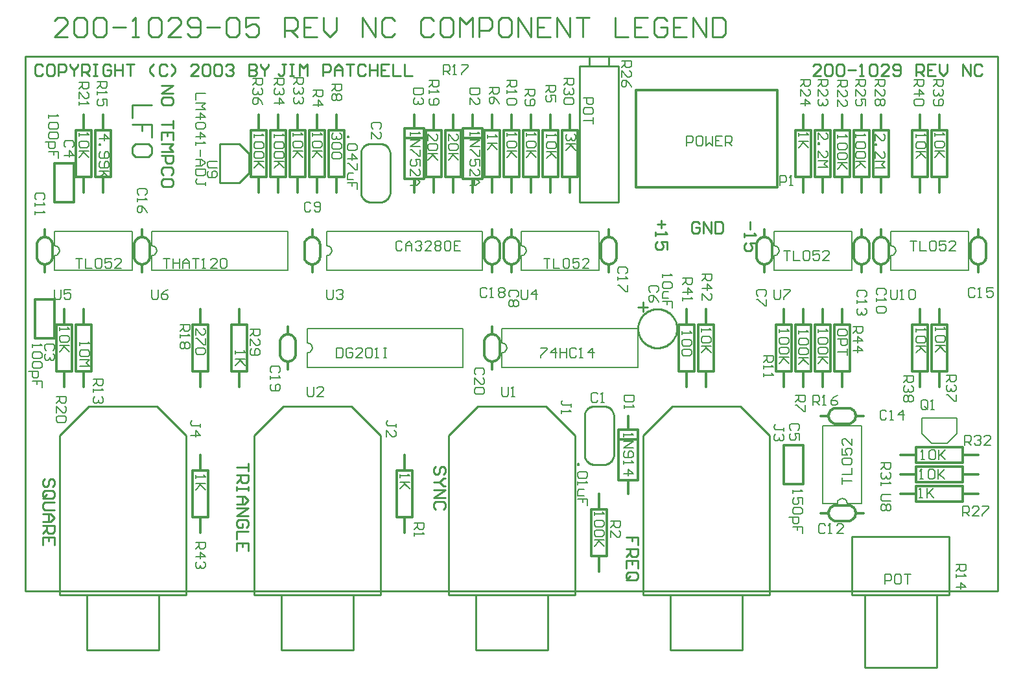
<source format=gto>
*%FSLAX23Y23*%
*%MOIN*%
G01*
%ADD11C,0.007*%
%ADD12C,0.008*%
%ADD13C,0.010*%
%ADD14C,0.012*%
%ADD15C,0.032*%
%ADD16C,0.036*%
%ADD17C,0.050*%
%ADD18C,0.052*%
%ADD19C,0.055*%
%ADD20C,0.056*%
%ADD21C,0.060*%
%ADD22C,0.061*%
%ADD23C,0.062*%
%ADD24C,0.066*%
%ADD25C,0.068*%
%ADD26C,0.070*%
%ADD27C,0.080*%
%ADD28C,0.090*%
%ADD29C,0.095*%
%ADD30C,0.115*%
%ADD31C,0.120*%
%ADD32C,0.125*%
%ADD33C,0.126*%
%ADD34C,0.131*%
%ADD35C,0.150*%
%ADD36C,0.156*%
%ADD37R,0.062X0.062*%
%ADD38R,0.068X0.068*%
D12*
X11869Y8754D02*
Y8771D01*
Y8763D02*
Y8754D01*
Y8763D02*
X11919D01*
X11920D01*
X11919D02*
X11911Y8771D01*
Y8729D02*
X11919Y8721D01*
Y8704D01*
X11911Y8696D01*
X11877D01*
X11869Y8704D01*
Y8721D01*
X11877Y8729D01*
X11911D01*
Y8679D02*
X11919Y8671D01*
Y8654D01*
X11911Y8646D01*
X11877D01*
X11869Y8654D01*
Y8671D01*
X11877Y8679D01*
X11911D01*
X11919Y8629D02*
X11869D01*
X11886D01*
X11919Y8596D01*
X11894Y8621D01*
X11869Y8596D01*
Y9051D02*
X11919D01*
Y9026D01*
X11911Y9018D01*
X11894D01*
X11886Y9026D01*
Y9051D01*
Y9034D02*
X11869Y9018D01*
Y9001D02*
Y8968D01*
Y9001D02*
X11902Y8968D01*
X11911D01*
X11919Y8976D01*
Y8993D01*
X11911Y9001D01*
X11869Y8951D02*
Y8918D01*
Y8951D02*
X11902Y8918D01*
X11911D01*
X11919Y8926D01*
Y8943D01*
X11911Y8951D01*
X12274Y8776D02*
Y8759D01*
Y8768D01*
X12324D01*
X12325D01*
X12324D02*
X12316Y8776D01*
Y8734D02*
X12324Y8726D01*
Y8709D01*
X12316Y8701D01*
X12282D01*
X12274Y8709D01*
Y8726D01*
X12282Y8734D01*
X12316D01*
X12324Y8684D02*
X12274D01*
X12291D01*
X12324Y8651D01*
X12299Y8676D01*
X12274Y8651D01*
X12264Y9056D02*
X12314D01*
Y9031D01*
X12306Y9023D01*
X12289D01*
X12281Y9031D01*
Y9056D01*
Y9039D02*
X12264Y9023D01*
Y8981D02*
X12314D01*
X12289Y9006D01*
Y8973D01*
X12306Y8956D02*
X12314Y8948D01*
Y8931D01*
X12306Y8923D01*
X12272D01*
X12264Y8931D01*
Y8948D01*
X12272Y8956D01*
X12306D01*
X12369Y8781D02*
Y8764D01*
Y8773D01*
X12419D01*
X12420D01*
X12419D02*
X12411Y8781D01*
Y8739D02*
X12419Y8731D01*
Y8714D01*
X12411Y8706D01*
X12377D01*
X12369Y8714D01*
Y8731D01*
X12377Y8739D01*
X12411D01*
X12419Y8689D02*
X12369D01*
X12386D01*
X12419Y8656D01*
X12394Y8681D01*
X12369Y8656D01*
X12364Y9056D02*
X12414D01*
Y9031D01*
X12406Y9023D01*
X12389D01*
X12381Y9031D01*
Y9056D01*
Y9039D02*
X12364Y9023D01*
X12406Y9006D02*
X12414Y8998D01*
Y8981D01*
X12406Y8973D01*
X12397D01*
X12398D01*
X12397D02*
X12398D01*
X12397D02*
X12398D01*
X12397D02*
X12389Y8981D01*
Y8989D01*
Y8981D01*
X12381Y8973D01*
X12372D01*
X12364Y8981D01*
Y8998D01*
X12372Y9006D01*
Y8956D02*
X12364Y8948D01*
Y8931D01*
X12372Y8923D01*
X12406D01*
X12414Y8931D01*
Y8948D01*
X12406Y8956D01*
X12397D01*
X12389Y8948D01*
Y8923D01*
X11964Y8776D02*
Y8759D01*
Y8768D01*
X12014D01*
X12015D01*
X12014D02*
X12006Y8776D01*
Y8734D02*
X12014Y8726D01*
Y8709D01*
X12006Y8701D01*
X11972D01*
X11964Y8709D01*
Y8726D01*
X11972Y8734D01*
X12006D01*
Y8684D02*
X12014Y8676D01*
Y8659D01*
X12006Y8651D01*
X11972D01*
X11964Y8659D01*
Y8676D01*
X11972Y8684D01*
X12006D01*
X12014Y8634D02*
X11964D01*
X11981D01*
X12014Y8601D01*
X11989Y8626D01*
X11964Y8601D01*
Y9056D02*
X12014D01*
Y9031D01*
X12006Y9023D01*
X11989D01*
X11981Y9031D01*
Y9056D01*
Y9039D02*
X11964Y9023D01*
Y9006D02*
Y8973D01*
Y9006D02*
X11997Y8973D01*
X12006D01*
X12014Y8981D01*
Y8998D01*
X12006Y9006D01*
X12014Y8956D02*
Y8923D01*
Y8956D02*
X11989D01*
X11997Y8939D01*
Y8931D01*
X11989Y8923D01*
X11972D01*
X11964Y8931D01*
Y8948D01*
X11972Y8956D01*
X12064Y8776D02*
Y8743D01*
Y8776D02*
X12097Y8743D01*
X12106D01*
X12114Y8751D01*
Y8768D01*
X12106Y8776D01*
X12072Y8726D02*
X12064D01*
X12072D02*
Y8718D01*
X12064D01*
Y8726D01*
Y8684D02*
Y8651D01*
Y8684D02*
X12097Y8651D01*
X12106D01*
X12114Y8659D01*
Y8676D01*
X12106Y8684D01*
X12114Y8634D02*
X12064D01*
X12097Y8618D02*
X12114Y8634D01*
X12097Y8618D02*
X12114Y8601D01*
X12064D01*
Y9056D02*
X12114D01*
Y9031D01*
X12106Y9023D01*
X12089D01*
X12081Y9031D01*
Y9056D01*
Y9039D02*
X12064Y9023D01*
Y9006D02*
Y8973D01*
Y9006D02*
X12097Y8973D01*
X12106D01*
X12114Y8981D01*
Y8998D01*
X12106Y9006D01*
Y8956D02*
X12114Y8948D01*
Y8931D01*
X12106Y8923D01*
X12097D01*
X12089Y8931D01*
X12081Y8923D01*
X12072D01*
X12064Y8931D01*
Y8948D01*
X12072Y8956D01*
X12081D01*
X12089Y8948D01*
X12097Y8956D01*
X12106D01*
X12089Y8948D02*
Y8931D01*
X12304Y7236D02*
X12354Y7186D01*
X12434D02*
X12484Y7236D01*
X12304D02*
Y7316D01*
X12484D02*
Y7236D01*
X12434Y7186D02*
X12354D01*
X12304Y7316D02*
X12484D01*
X12333Y7368D02*
Y7402D01*
X12325Y7410D01*
X12308D01*
X12300Y7402D01*
Y7368D01*
X12308Y7360D01*
X12325D01*
X12333D02*
X12317Y7377D01*
X12325Y7360D02*
X12333Y7368D01*
X12350Y7360D02*
X12367D01*
X12358D01*
Y7410D01*
X12359D01*
X12358D02*
X12350Y7402D01*
X11919Y7746D02*
Y7763D01*
X11911Y7771D01*
X11877D01*
X11869Y7763D01*
Y7746D01*
X11877Y7738D01*
X11911D01*
X11919Y7746D01*
Y7721D02*
X11869D01*
X11919D02*
Y7696D01*
X11911Y7688D01*
X11894D01*
X11886Y7696D01*
Y7721D01*
X11919Y7671D02*
Y7638D01*
Y7654D01*
X11869D01*
X11949Y7786D02*
X11999D01*
Y7761D01*
X11991Y7753D01*
X11974D01*
X11966Y7761D01*
Y7786D01*
Y7769D02*
X11949Y7753D01*
Y7711D02*
X11999D01*
X11974Y7736D01*
Y7703D01*
X11949Y7661D02*
X11999D01*
X11974Y7686D01*
Y7653D01*
X12144Y8151D02*
X12147Y8151D01*
X12150Y8152D01*
X12154Y8153D01*
X12156Y8154D01*
X12159Y8156D01*
X12162Y8158D01*
X12164Y8161D01*
X12166Y8164D01*
X12167Y8166D01*
X12168Y8170D01*
X12169Y8173D01*
X12169Y8176D01*
X12169Y8179D01*
X12168Y8182D01*
X12167Y8186D01*
X12166Y8188D01*
X12164Y8191D01*
X12162Y8194D01*
X12159Y8196D01*
X12156Y8198D01*
X12154Y8199D01*
X12150Y8200D01*
X12147Y8201D01*
X12144Y8201D01*
X12544Y8276D02*
Y8076D01*
X12144Y8201D02*
Y8276D01*
Y8151D02*
Y8076D01*
X12544D01*
Y8276D02*
X12144D01*
X12244Y8226D02*
X12277D01*
X12261D01*
Y8176D01*
X12294D02*
Y8226D01*
Y8176D02*
X12327D01*
X12344Y8218D02*
X12352Y8226D01*
X12369D01*
X12377Y8218D01*
Y8184D01*
X12369Y8176D01*
X12352D01*
X12344Y8184D01*
Y8218D01*
X12394Y8226D02*
X12427D01*
X12394D02*
Y8201D01*
X12411Y8209D01*
X12419D01*
X12427Y8201D01*
Y8184D01*
X12419Y8176D01*
X12402D01*
X12394Y8184D01*
X12444Y8176D02*
X12477D01*
X12444D02*
X12477Y8209D01*
Y8218D01*
X12469Y8226D01*
X12452D01*
X12444Y8218D01*
X12144Y7976D02*
Y7934D01*
X12152Y7926D01*
X12169D01*
X12177Y7934D01*
Y7976D01*
X12194Y7926D02*
X12211D01*
X12202D01*
Y7976D01*
X12203D01*
X12202D02*
X12194Y7968D01*
X12236D02*
X12244Y7976D01*
X12261D01*
X12269Y7968D01*
Y7934D01*
X12261Y7926D01*
X12244D01*
X12236Y7934D01*
Y7968D01*
X12569Y7986D02*
X12577Y7978D01*
X12569Y7986D02*
X12552D01*
X12544Y7978D01*
Y7944D01*
X12552Y7936D01*
X12569D01*
X12577Y7944D01*
X12594Y7936D02*
X12611D01*
X12602D01*
Y7986D01*
X12603D01*
X12602D02*
X12594Y7978D01*
X12636Y7986D02*
X12669D01*
X12636D02*
Y7961D01*
X12652Y7969D01*
X12661D01*
X12669Y7961D01*
Y7944D01*
X12661Y7936D01*
X12644D01*
X12636Y7944D01*
X12119Y7956D02*
X12111Y7948D01*
X12119Y7956D02*
Y7973D01*
X12111Y7981D01*
X12077D01*
X12069Y7973D01*
Y7956D01*
X12077Y7948D01*
X12069Y7931D02*
Y7914D01*
Y7923D01*
X12119D01*
X12120D01*
X12119D02*
X12111Y7931D01*
Y7889D02*
X12119Y7881D01*
Y7864D01*
X12111Y7856D01*
X12077D01*
X12069Y7864D01*
Y7881D01*
X12077Y7889D01*
X12111D01*
X12019Y7946D02*
X12011Y7938D01*
X12019Y7946D02*
Y7963D01*
X12011Y7971D01*
X11977D01*
X11969Y7963D01*
Y7946D01*
X11977Y7938D01*
X11969Y7921D02*
Y7904D01*
Y7913D01*
X12019D01*
X12020D01*
X12019D02*
X12011Y7921D01*
Y7879D02*
X12019Y7871D01*
Y7854D01*
X12011Y7846D01*
X12002D01*
X12003D01*
X12002D02*
X12003D01*
X12002D02*
X12003D01*
X12002D02*
X11994Y7854D01*
Y7863D01*
Y7854D01*
X11986Y7846D01*
X11977D01*
X11969Y7854D01*
Y7871D01*
X11977Y7879D01*
X11544Y8151D02*
X11547Y8151D01*
X11550Y8152D01*
X11554Y8153D01*
X11556Y8154D01*
X11559Y8156D01*
X11562Y8158D01*
X11564Y8161D01*
X11566Y8164D01*
X11567Y8166D01*
X11568Y8170D01*
X11569Y8173D01*
X11569Y8176D01*
X11569Y8179D01*
X11568Y8182D01*
X11567Y8186D01*
X11566Y8188D01*
X11564Y8191D01*
X11562Y8194D01*
X11559Y8196D01*
X11556Y8198D01*
X11554Y8199D01*
X11550Y8200D01*
X11547Y8201D01*
X11544Y8201D01*
X11944Y8276D02*
Y8076D01*
X11544Y8201D02*
Y8276D01*
Y8151D02*
Y8076D01*
X11944D01*
Y8276D02*
X11544D01*
X11594Y8176D02*
X11627D01*
X11611D01*
Y8126D01*
X11644D02*
Y8176D01*
Y8126D02*
X11677D01*
X11694Y8168D02*
X11702Y8176D01*
X11719D01*
X11727Y8168D01*
Y8134D01*
X11719Y8126D01*
X11702D01*
X11694Y8134D01*
Y8168D01*
X11744Y8176D02*
X11777D01*
X11744D02*
Y8151D01*
X11761Y8159D01*
X11769D01*
X11777Y8151D01*
Y8134D01*
X11769Y8126D01*
X11752D01*
X11744Y8134D01*
X11794Y8126D02*
X11827D01*
X11794D02*
X11827Y8159D01*
Y8168D01*
X11819Y8176D01*
X11802D01*
X11794Y8168D01*
X11544Y7976D02*
Y7934D01*
X11552Y7926D01*
X11569D01*
X11577Y7934D01*
Y7976D01*
X11594D02*
X11627D01*
Y7968D01*
X11594Y7934D01*
Y7926D01*
X11504Y7951D02*
X11496Y7943D01*
X11504Y7951D02*
Y7968D01*
X11496Y7976D01*
X11462D01*
X11454Y7968D01*
Y7951D01*
X11462Y7943D01*
X11504Y7926D02*
Y7893D01*
X11496D01*
X11462Y7926D01*
X11454D01*
X11769Y8748D02*
Y8781D01*
X11802Y8748D01*
X11811D01*
X11819Y8756D01*
Y8773D01*
X11811Y8781D01*
X11777Y8731D02*
X11769D01*
X11777D02*
Y8723D01*
X11769D01*
Y8731D01*
Y8689D02*
Y8656D01*
Y8689D02*
X11802Y8656D01*
X11811D01*
X11819Y8664D01*
Y8681D01*
X11811Y8689D01*
X11819Y8639D02*
X11769D01*
X11802Y8623D02*
X11819Y8639D01*
X11802Y8623D02*
X11819Y8606D01*
X11769D01*
Y9056D02*
X11819D01*
Y9031D01*
X11811Y9023D01*
X11794D01*
X11786Y9031D01*
Y9056D01*
Y9039D02*
X11769Y9023D01*
Y9006D02*
Y8973D01*
Y9006D02*
X11802Y8973D01*
X11811D01*
X11819Y8981D01*
Y8998D01*
X11811Y9006D01*
Y8956D02*
X11819Y8948D01*
Y8931D01*
X11811Y8923D01*
X11802D01*
X11803D01*
X11802D02*
X11803D01*
X11802D02*
X11803D01*
X11802D02*
X11794Y8931D01*
Y8939D01*
Y8931D01*
X11786Y8923D01*
X11777D01*
X11769Y8931D01*
Y8948D01*
X11777Y8956D01*
X11669Y8781D02*
Y8764D01*
Y8773D01*
X11719D01*
X11720D01*
X11719D02*
X11711Y8781D01*
X11719Y8739D02*
X11669D01*
X11686D01*
X11719Y8706D01*
X11694Y8731D01*
X11669Y8706D01*
X11679Y9056D02*
X11729D01*
Y9031D01*
X11721Y9023D01*
X11704D01*
X11696Y9031D01*
Y9056D01*
Y9039D02*
X11679Y9023D01*
Y9006D02*
Y8973D01*
Y9006D02*
X11712Y8973D01*
X11721D01*
X11729Y8981D01*
Y8998D01*
X11721Y9006D01*
X11729Y8931D02*
X11679D01*
X11704Y8956D02*
X11729Y8931D01*
X11704Y8923D02*
Y8956D01*
X11569Y7771D02*
Y7754D01*
Y7763D01*
X11619D01*
X11620D01*
X11619D02*
X11611Y7771D01*
Y7729D02*
X11619Y7721D01*
Y7704D01*
X11611Y7696D01*
X11577D01*
X11569Y7704D01*
Y7721D01*
X11577Y7729D01*
X11611D01*
Y7679D02*
X11619Y7671D01*
Y7654D01*
X11611Y7646D01*
X11577D01*
X11569Y7654D01*
Y7671D01*
X11577Y7679D01*
X11611D01*
X11619Y7629D02*
X11569D01*
X11586D01*
X11619Y7596D01*
X11594Y7621D01*
X11569Y7596D01*
X11539Y7636D02*
X11489D01*
X11539D02*
Y7611D01*
X11531Y7603D01*
X11514D01*
X11506Y7611D01*
Y7636D01*
Y7619D02*
X11489Y7603D01*
Y7586D02*
Y7569D01*
Y7578D01*
X11539D01*
X11540D01*
X11539D02*
X11531Y7586D01*
X11489Y7544D02*
Y7528D01*
Y7536D01*
X11539D01*
X11540D01*
X11539D02*
X11531Y7544D01*
X11669Y7749D02*
Y7766D01*
Y7758D02*
Y7749D01*
Y7758D02*
X11719D01*
X11720D01*
X11719D02*
X11711Y7766D01*
Y7724D02*
X11719Y7716D01*
Y7699D01*
X11711Y7691D01*
X11677D01*
X11669Y7699D01*
Y7716D01*
X11677Y7724D01*
X11711D01*
Y7674D02*
X11719Y7666D01*
Y7649D01*
X11711Y7641D01*
X11677D01*
X11669Y7649D01*
Y7666D01*
X11677Y7674D01*
X11711D01*
X11719Y7624D02*
X11669D01*
X11686D01*
X11719Y7591D01*
X11694Y7616D01*
X11669Y7591D01*
X11654Y7431D02*
X11704D01*
Y7406D01*
X11696Y7398D01*
X11679D01*
X11671Y7406D01*
Y7431D01*
Y7414D02*
X11654Y7398D01*
X11704Y7381D02*
Y7348D01*
X11696D01*
X11662Y7381D01*
X11654D01*
X11769Y7754D02*
Y7771D01*
Y7763D02*
Y7754D01*
Y7763D02*
X11819D01*
X11820D01*
X11819D02*
X11811Y7771D01*
Y7729D02*
X11819Y7721D01*
Y7704D01*
X11811Y7696D01*
X11777D01*
X11769Y7704D01*
Y7721D01*
X11777Y7729D01*
X11811D01*
Y7679D02*
X11819Y7671D01*
Y7654D01*
X11811Y7646D01*
X11777D01*
X11769Y7654D01*
Y7671D01*
X11777Y7679D01*
X11811D01*
X11819Y7629D02*
X11769D01*
X11786D01*
X11819Y7596D01*
X11794Y7621D01*
X11769Y7596D01*
X11744Y7431D02*
Y7381D01*
Y7431D02*
X11769D01*
X11777Y7423D01*
Y7406D01*
X11769Y7398D01*
X11744D01*
X11761D02*
X11777Y7381D01*
X11794D02*
X11811D01*
X11802D01*
Y7431D01*
X11803D01*
X11802D02*
X11794Y7423D01*
X11852D02*
X11869Y7431D01*
X11852Y7423D02*
X11836Y7406D01*
Y7389D01*
X11844Y7381D01*
X11861D01*
X11869Y7389D01*
Y7398D01*
X11861Y7406D01*
X11836D01*
X12274Y7759D02*
Y7776D01*
Y7768D02*
Y7759D01*
Y7768D02*
X12324D01*
X12325D01*
X12324D02*
X12316Y7776D01*
Y7734D02*
X12324Y7726D01*
Y7709D01*
X12316Y7701D01*
X12282D01*
X12274Y7709D01*
Y7726D01*
X12282Y7734D01*
X12316D01*
X12324Y7684D02*
X12274D01*
X12291D01*
X12324Y7651D01*
X12299Y7676D01*
X12274Y7651D01*
X12259Y7531D02*
X12209D01*
X12259D02*
Y7506D01*
X12251Y7498D01*
X12234D01*
X12226Y7506D01*
Y7531D01*
Y7514D02*
X12209Y7498D01*
X12251Y7481D02*
X12259Y7473D01*
Y7456D01*
X12251Y7448D01*
X12242D01*
X12243D01*
X12242D02*
X12243D01*
X12242D02*
X12243D01*
X12242D02*
X12234Y7456D01*
Y7464D01*
Y7456D01*
X12226Y7448D01*
X12217D01*
X12209Y7456D01*
Y7473D01*
X12217Y7481D01*
X12251Y7431D02*
X12259Y7423D01*
Y7406D01*
X12251Y7398D01*
X12242D01*
X12234Y7406D01*
X12226Y7398D01*
X12217D01*
X12209Y7406D01*
Y7423D01*
X12217Y7431D01*
X12226D01*
X12234Y7423D01*
X12242Y7431D01*
X12251D01*
X12234Y7423D02*
Y7406D01*
X12374Y7764D02*
Y7781D01*
Y7773D02*
Y7764D01*
Y7773D02*
X12424D01*
X12425D01*
X12424D02*
X12416Y7781D01*
Y7739D02*
X12424Y7731D01*
Y7714D01*
X12416Y7706D01*
X12382D01*
X12374Y7714D01*
Y7731D01*
X12382Y7739D01*
X12416D01*
X12424Y7689D02*
X12374D01*
X12391D01*
X12424Y7656D01*
X12399Y7681D01*
X12374Y7656D01*
X12429Y7536D02*
X12479D01*
Y7511D01*
X12471Y7503D01*
X12454D01*
X12446Y7511D01*
Y7536D01*
Y7519D02*
X12429Y7503D01*
X12471Y7486D02*
X12479Y7478D01*
Y7461D01*
X12471Y7453D01*
X12462D01*
X12463D01*
X12462D02*
X12463D01*
X12462D02*
X12463D01*
X12462D02*
X12454Y7461D01*
Y7469D01*
Y7461D01*
X12446Y7453D01*
X12437D01*
X12429Y7461D01*
Y7478D01*
X12437Y7486D01*
X12479Y7436D02*
Y7403D01*
X12471D01*
X12437Y7436D01*
X12429D01*
X11639Y6946D02*
Y6929D01*
Y6938D01*
X11689D01*
X11690D01*
X11689D02*
X11681Y6946D01*
X11689Y6904D02*
Y6871D01*
Y6904D02*
X11664D01*
X11672Y6888D01*
Y6879D01*
X11664Y6871D01*
X11647D01*
X11639Y6879D01*
Y6896D01*
X11647Y6904D01*
X11681Y6854D02*
X11689Y6846D01*
Y6829D01*
X11681Y6821D01*
X11647D01*
X11639Y6829D01*
Y6846D01*
X11647Y6854D01*
X11681D01*
X11672Y6804D02*
X11622D01*
X11672D02*
Y6779D01*
X11664Y6771D01*
X11647D01*
X11639Y6779D01*
Y6804D01*
X11689Y6754D02*
Y6721D01*
Y6754D02*
X11664D01*
Y6738D01*
Y6754D01*
X11639D01*
X11666Y7253D02*
X11674Y7261D01*
Y7278D01*
X11666Y7286D01*
X11632D01*
X11624Y7278D01*
Y7261D01*
X11632Y7253D01*
X11674Y7236D02*
Y7203D01*
Y7236D02*
X11649D01*
X11657Y7219D01*
Y7211D01*
X11649Y7203D01*
X11632D01*
X11624Y7211D01*
Y7228D01*
X11632Y7236D01*
X12294Y7001D02*
X12311D01*
X12302D01*
Y7051D01*
X12303D01*
X12302D02*
X12294Y7043D01*
X12336D02*
X12344Y7051D01*
X12361D01*
X12369Y7043D01*
Y7009D01*
X12361Y7001D01*
X12344D01*
X12336Y7009D01*
Y7043D01*
X12386Y7051D02*
Y7001D01*
Y7018D01*
X12419Y7051D01*
X12394Y7026D01*
X12419Y7001D01*
X12144Y7086D02*
X12094D01*
X12144D02*
Y7061D01*
X12136Y7053D01*
X12119D01*
X12111Y7061D01*
Y7086D01*
Y7069D02*
X12094Y7053D01*
X12136Y7036D02*
X12144Y7028D01*
Y7011D01*
X12136Y7003D01*
X12127D01*
X12128D01*
X12127D02*
X12128D01*
X12127D02*
X12128D01*
X12127D02*
X12119Y7011D01*
Y7019D01*
Y7011D01*
X12111Y7003D01*
X12102D01*
X12094Y7011D01*
Y7028D01*
X12102Y7036D01*
X12094Y6986D02*
Y6969D01*
Y6978D01*
X12144D01*
X12145D01*
X12144D02*
X12136Y6986D01*
X12299Y7101D02*
X12316D01*
X12307D01*
Y7151D01*
X12308D01*
X12307D02*
X12299Y7143D01*
X12341D02*
X12349Y7151D01*
X12366D01*
X12374Y7143D01*
Y7109D01*
X12366Y7101D01*
X12349D01*
X12341Y7109D01*
Y7143D01*
X12391Y7151D02*
Y7101D01*
Y7118D01*
X12424Y7151D01*
X12399Y7126D01*
X12424Y7101D01*
X12524Y7176D02*
Y7226D01*
X12549D01*
X12557Y7218D01*
Y7201D01*
X12549Y7193D01*
X12524D01*
X12541D02*
X12557Y7176D01*
X12574Y7218D02*
X12582Y7226D01*
X12599D01*
X12607Y7218D01*
Y7209D01*
X12608D01*
X12607D02*
X12608D01*
X12607D02*
X12608D01*
X12607D02*
X12599Y7201D01*
X12591D01*
X12599D01*
X12607Y7193D01*
Y7184D01*
X12599Y7176D01*
X12582D01*
X12574Y7184D01*
X12624Y7176D02*
X12657D01*
X12624D02*
X12657Y7209D01*
Y7218D01*
X12649Y7226D01*
X12632D01*
X12624Y7218D01*
X12122Y7348D02*
X12114Y7356D01*
X12097D01*
X12089Y7348D01*
Y7314D01*
X12097Y7306D01*
X12114D01*
X12122Y7314D01*
X12139Y7306D02*
X12156D01*
X12147D01*
Y7356D01*
X12148D01*
X12147D02*
X12139Y7348D01*
X12206Y7356D02*
Y7306D01*
X12181Y7331D02*
X12206Y7356D01*
X12214Y7331D02*
X12181D01*
X12114Y6511D02*
Y6461D01*
Y6511D02*
X12139D01*
X12147Y6503D01*
Y6486D01*
X12139Y6478D01*
X12114D01*
X12172Y6511D02*
X12189D01*
X12172D02*
X12164Y6503D01*
Y6469D01*
X12172Y6461D01*
X12189D01*
X12197Y6469D01*
Y6503D01*
X12189Y6511D01*
X12214D02*
X12247D01*
X12231D01*
Y6461D01*
X12479Y6561D02*
X12529D01*
Y6536D01*
X12521Y6528D01*
X12504D01*
X12496Y6536D01*
Y6561D01*
Y6544D02*
X12479Y6528D01*
Y6511D02*
Y6494D01*
Y6503D01*
X12529D01*
X12530D01*
X12529D02*
X12521Y6511D01*
X12529Y6444D02*
X12479D01*
X12504Y6469D02*
X12529Y6444D01*
X12504Y6436D02*
Y6469D01*
X11919Y6876D02*
X11919Y6879D01*
X11918Y6882D01*
X11917Y6886D01*
X11916Y6888D01*
X11914Y6891D01*
X11912Y6894D01*
X11909Y6896D01*
X11906Y6898D01*
X11904Y6899D01*
X11900Y6900D01*
X11897Y6901D01*
X11894Y6901D01*
X11891Y6901D01*
X11888Y6900D01*
X11884Y6899D01*
X11882Y6898D01*
X11879Y6896D01*
X11876Y6894D01*
X11874Y6891D01*
X11872Y6888D01*
X11871Y6886D01*
X11870Y6882D01*
X11869Y6879D01*
X11869Y6876D01*
X11994D02*
Y7276D01*
X11794D02*
Y6876D01*
Y7276D02*
X11994D01*
X11869Y6876D02*
X11794D01*
X11919D02*
X11994D01*
X11894Y6976D02*
Y7009D01*
Y6993D01*
X11944D01*
Y7026D02*
X11894D01*
X11944D02*
Y7059D01*
X11902Y7076D02*
X11894Y7084D01*
Y7101D01*
X11902Y7109D01*
X11936D01*
X11944Y7101D01*
Y7084D01*
X11936Y7076D01*
X11902D01*
X11894Y7126D02*
Y7159D01*
Y7126D02*
X11919D01*
X11911Y7143D01*
Y7151D01*
X11919Y7159D01*
X11936D01*
X11944Y7151D01*
Y7134D01*
X11936Y7126D01*
X11944Y7176D02*
Y7209D01*
Y7176D02*
X11911Y7209D01*
X11902D01*
X11894Y7201D01*
Y7184D01*
X11902Y7176D01*
X12102Y6921D02*
X12144D01*
X12102D02*
X12094Y6913D01*
Y6896D01*
X12102Y6888D01*
X12144D01*
X12136Y6871D02*
X12144Y6863D01*
Y6846D01*
X12136Y6838D01*
X12127D01*
X12119Y6846D01*
X12111Y6838D01*
X12102D01*
X12094Y6846D01*
Y6863D01*
X12102Y6871D01*
X12111D01*
X12119Y6863D01*
X12127Y6871D01*
X12136D01*
X12119Y6863D02*
Y6846D01*
X12289Y6906D02*
X12306D01*
X12297D01*
Y6956D01*
X12298D01*
X12297D02*
X12289Y6948D01*
X12331Y6956D02*
Y6906D01*
Y6923D01*
X12364Y6956D01*
X12339Y6931D01*
X12364Y6906D01*
X12514Y6861D02*
Y6811D01*
Y6861D02*
X12539D01*
X12547Y6853D01*
Y6836D01*
X12539Y6828D01*
X12514D01*
X12531D02*
X12547Y6811D01*
X12564D02*
X12597D01*
X12564D02*
X12597Y6844D01*
Y6853D01*
X12589Y6861D01*
X12572D01*
X12564Y6853D01*
X12614Y6861D02*
X12647D01*
Y6853D01*
X12614Y6819D01*
Y6811D01*
X11807Y6763D02*
X11799Y6771D01*
X11782D01*
X11774Y6763D01*
Y6729D01*
X11782Y6721D01*
X11799D01*
X11807Y6729D01*
X11824Y6721D02*
X11841D01*
X11832D01*
Y6771D01*
X11833D01*
X11832D02*
X11824Y6763D01*
X11866Y6721D02*
X11899D01*
X11866D02*
X11899Y6754D01*
Y6763D01*
X11891Y6771D01*
X11874D01*
X11866Y6763D01*
X9979Y8769D02*
Y8786D01*
Y8778D02*
Y8769D01*
Y8778D02*
X10029D01*
X10030D01*
X10029D02*
X10021Y8786D01*
X10029Y8744D02*
X9979D01*
Y8711D02*
X10029Y8744D01*
Y8711D02*
X9979D01*
X10029Y8694D02*
Y8661D01*
X10021D01*
X9987Y8694D01*
X9979D01*
X10029Y8644D02*
Y8611D01*
Y8644D02*
X10004D01*
X10012Y8628D01*
Y8619D01*
X10004Y8611D01*
X9987D01*
X9979Y8619D01*
Y8636D01*
X9987Y8644D01*
X9979Y8594D02*
Y8561D01*
Y8594D02*
X10012Y8561D01*
X10021D01*
X10029Y8569D01*
Y8586D01*
X10021Y8594D01*
X10012Y8544D02*
X9979D01*
X10012D02*
X10029Y8528D01*
X10012Y8511D01*
X9979D01*
X10004D01*
Y8544D01*
X10029Y9011D02*
X9979D01*
Y8986D01*
X9987Y8978D01*
X10021D01*
X10029Y8986D01*
Y9011D01*
X9979Y8961D02*
Y8928D01*
Y8961D02*
X10012Y8928D01*
X10021D01*
X10029Y8936D01*
Y8953D01*
X10021Y8961D01*
X9869Y8776D02*
Y8743D01*
Y8776D02*
X9902Y8743D01*
X9911D01*
X9919Y8751D01*
Y8768D01*
X9911Y8776D01*
Y8726D02*
X9919Y8718D01*
Y8701D01*
X9911Y8693D01*
X9877D01*
X9869Y8701D01*
Y8718D01*
X9877Y8726D01*
X9911D01*
X9919Y8676D02*
X9869D01*
X9886D01*
X9919Y8643D01*
X9894Y8668D01*
X9869Y8643D01*
X9844Y9081D02*
Y9131D01*
X9869D01*
X9877Y9123D01*
Y9106D01*
X9869Y9098D01*
X9844D01*
X9861D02*
X9877Y9081D01*
X9894D02*
X9911D01*
X9902D01*
Y9131D01*
X9903D01*
X9902D02*
X9894Y9123D01*
X9936Y9131D02*
X9969D01*
Y9123D01*
X9936Y9089D01*
Y9081D01*
X10564Y8961D02*
X10614D01*
Y8936D01*
X10606Y8928D01*
X10589D01*
X10581Y8936D01*
Y8961D01*
X10614Y8903D02*
Y8886D01*
Y8903D02*
X10606Y8911D01*
X10572D01*
X10564Y8903D01*
Y8886D01*
X10572Y8878D01*
X10606D01*
X10614Y8886D01*
Y8861D02*
Y8828D01*
Y8844D01*
X10564D01*
X10759Y9151D02*
X10809D01*
Y9126D01*
X10801Y9118D01*
X10784D01*
X10776Y9126D01*
Y9151D01*
Y9134D02*
X10759Y9118D01*
Y9101D02*
Y9068D01*
Y9101D02*
X10792Y9068D01*
X10801D01*
X10809Y9076D01*
Y9093D01*
X10801Y9101D01*
Y9034D02*
X10809Y9018D01*
X10801Y9034D02*
X10784Y9051D01*
X10767D01*
X10759Y9043D01*
Y9026D01*
X10767Y9018D01*
X10776D01*
X10784Y9026D01*
Y9051D01*
X10269Y8781D02*
Y8764D01*
Y8773D01*
X10319D01*
X10320D01*
X10319D02*
X10311Y8781D01*
Y8739D02*
X10319Y8731D01*
Y8714D01*
X10311Y8706D01*
X10277D01*
X10269Y8714D01*
Y8731D01*
X10277Y8739D01*
X10311D01*
X10319Y8689D02*
X10269D01*
X10286D01*
X10319Y8656D01*
X10294Y8681D01*
X10269Y8656D01*
X10264Y9006D02*
X10314D01*
Y8981D01*
X10306Y8973D01*
X10289D01*
X10281Y8981D01*
Y9006D01*
Y8989D02*
X10264Y8973D01*
X10272Y8956D02*
X10264Y8948D01*
Y8931D01*
X10272Y8923D01*
X10306D01*
X10314Y8931D01*
Y8948D01*
X10306Y8956D01*
X10297D01*
X10289Y8948D01*
Y8923D01*
X10516Y8776D02*
X10524Y8768D01*
Y8751D01*
X10516Y8743D01*
X10507D01*
X10508D01*
X10507D02*
X10508D01*
X10507D02*
X10508D01*
X10507D02*
X10499Y8751D01*
Y8759D01*
Y8751D01*
X10491Y8743D01*
X10482D01*
X10474Y8751D01*
Y8768D01*
X10482Y8776D01*
X10474Y8726D02*
X10524D01*
X10491D02*
X10474D01*
X10491D02*
X10524Y8693D01*
X10499Y8718D01*
X10474Y8693D01*
X10464Y9061D02*
X10514D01*
Y9036D01*
X10506Y9028D01*
X10489D01*
X10481Y9036D01*
Y9061D01*
Y9044D02*
X10464Y9028D01*
X10506Y9011D02*
X10514Y9003D01*
Y8986D01*
X10506Y8978D01*
X10497D01*
X10498D01*
X10497D02*
X10498D01*
X10497D02*
X10498D01*
X10497D02*
X10489Y8986D01*
Y8994D01*
Y8986D01*
X10481Y8978D01*
X10472D01*
X10464Y8986D01*
Y9003D01*
X10472Y9011D01*
X10506Y8961D02*
X10514Y8953D01*
Y8936D01*
X10506Y8928D01*
X10472D01*
X10464Y8936D01*
Y8953D01*
X10472Y8961D01*
X10506D01*
X10374Y8776D02*
Y8759D01*
Y8768D01*
X10424D01*
X10425D01*
X10424D02*
X10416Y8776D01*
Y8734D02*
X10424Y8726D01*
Y8709D01*
X10416Y8701D01*
X10382D01*
X10374Y8709D01*
Y8726D01*
X10382Y8734D01*
X10416D01*
X10424Y8684D02*
X10374D01*
X10391D01*
X10424Y8651D01*
X10399Y8676D01*
X10374Y8651D01*
X10369Y9026D02*
X10419D01*
Y9001D01*
X10411Y8993D01*
X10394D01*
X10386Y9001D01*
Y9026D01*
Y9009D02*
X10369Y8993D01*
X10419Y8976D02*
Y8943D01*
Y8976D02*
X10394D01*
X10402Y8959D01*
Y8951D01*
X10394Y8943D01*
X10377D01*
X10369Y8951D01*
Y8968D01*
X10377Y8976D01*
X10069Y8771D02*
Y8754D01*
Y8763D01*
X10119D01*
X10120D01*
X10119D02*
X10111Y8771D01*
X10119Y8729D02*
X10069D01*
X10086D01*
X10119Y8696D01*
X10094Y8721D01*
X10069Y8696D01*
X10079Y9016D02*
X10129D01*
Y8991D01*
X10121Y8983D01*
X10104D01*
X10096Y8991D01*
Y9016D01*
Y8999D02*
X10079Y8983D01*
X10121Y8949D02*
X10129Y8933D01*
X10121Y8949D02*
X10104Y8966D01*
X10087D01*
X10079Y8958D01*
Y8941D01*
X10087Y8933D01*
X10096D01*
X10104Y8941D01*
Y8966D01*
X11094Y8766D02*
Y8716D01*
Y8766D02*
X11119D01*
X11127Y8758D01*
Y8741D01*
X11119Y8733D01*
X11094D01*
X11152Y8766D02*
X11169D01*
X11152D02*
X11144Y8758D01*
Y8724D01*
X11152Y8716D01*
X11169D01*
X11177Y8724D01*
Y8758D01*
X11169Y8766D01*
X11194D02*
Y8716D01*
X11211Y8733D01*
X11227Y8716D01*
Y8766D01*
X11244D02*
X11277D01*
X11244D02*
Y8716D01*
X11277D01*
X11261Y8741D02*
X11244D01*
X11294Y8716D02*
Y8766D01*
X11319D01*
X11327Y8758D01*
Y8741D01*
X11319Y8733D01*
X11294D01*
X11311D02*
X11327Y8716D01*
X11574Y8561D02*
Y8511D01*
Y8561D02*
X11599D01*
X11607Y8553D01*
Y8536D01*
X11599Y8528D01*
X11574D01*
X11624Y8511D02*
X11641D01*
X11632D01*
Y8561D01*
X11633D01*
X11632D02*
X11624Y8553D01*
X10542Y7081D02*
X10534D01*
X10542D02*
Y7073D01*
X10534D01*
Y7081D01*
X10576Y7039D02*
X10584Y7031D01*
Y7014D01*
X10576Y7006D01*
X10542D01*
X10534Y7014D01*
Y7031D01*
X10542Y7039D01*
X10576D01*
X10534Y6989D02*
Y6973D01*
Y6981D01*
X10584D01*
X10585D01*
X10584D02*
X10576Y6989D01*
X10567Y6948D02*
X10542D01*
X10534Y6939D01*
Y6914D01*
X10567D01*
X10584Y6898D02*
Y6864D01*
Y6898D02*
X10559D01*
Y6881D01*
Y6898D01*
X10534D01*
X10637Y7438D02*
X10629Y7446D01*
X10612D01*
X10604Y7438D01*
Y7404D01*
X10612Y7396D01*
X10629D01*
X10637Y7404D01*
X10654Y7396D02*
X10671D01*
X10662D01*
Y7446D01*
X10663D01*
X10662D02*
X10654Y7438D01*
X10769Y7236D02*
Y7219D01*
Y7228D01*
X10819D01*
X10820D01*
X10819D02*
X10811Y7236D01*
X10819Y7194D02*
X10769D01*
Y7161D02*
X10819Y7194D01*
Y7161D02*
X10769D01*
X10777Y7144D02*
X10769Y7136D01*
Y7119D01*
X10777Y7111D01*
X10811D01*
X10819Y7119D01*
Y7136D01*
X10811Y7144D01*
X10802D01*
X10794Y7136D01*
Y7111D01*
X10769Y7094D02*
Y7078D01*
Y7086D01*
X10819D01*
X10820D01*
X10819D02*
X10811Y7094D01*
X10819Y7028D02*
X10769D01*
X10794Y7053D02*
X10819Y7028D01*
X10794Y7019D02*
Y7053D01*
X10774Y7431D02*
X10824D01*
X10774D02*
Y7406D01*
X10782Y7398D01*
X10816D01*
X10824Y7406D01*
Y7431D01*
X10774Y7381D02*
Y7364D01*
Y7373D01*
X10824D01*
X10825D01*
X10824D02*
X10816Y7381D01*
X10781Y8058D02*
X10789Y8066D01*
Y8083D01*
X10781Y8091D01*
X10747D01*
X10739Y8083D01*
Y8066D01*
X10747Y8058D01*
X10739Y8041D02*
Y8024D01*
Y8033D01*
X10789D01*
X10790D01*
X10789D02*
X10781Y8041D01*
X10789Y7999D02*
Y7966D01*
X10781D01*
X10747Y7999D01*
X10739D01*
X10244Y8151D02*
X10247Y8151D01*
X10250Y8152D01*
X10254Y8153D01*
X10256Y8154D01*
X10259Y8156D01*
X10262Y8158D01*
X10264Y8161D01*
X10266Y8164D01*
X10267Y8166D01*
X10268Y8170D01*
X10269Y8173D01*
X10269Y8176D01*
X10269Y8179D01*
X10268Y8182D01*
X10267Y8186D01*
X10266Y8188D01*
X10264Y8191D01*
X10262Y8194D01*
X10259Y8196D01*
X10256Y8198D01*
X10254Y8199D01*
X10250Y8200D01*
X10247Y8201D01*
X10244Y8201D01*
X10644Y8276D02*
Y8076D01*
X10244Y8201D02*
Y8276D01*
Y8151D02*
Y8076D01*
X10644D01*
Y8276D02*
X10244D01*
X10359Y8136D02*
X10392D01*
X10376D01*
Y8086D01*
X10409D02*
Y8136D01*
Y8086D02*
X10442D01*
X10459Y8128D02*
X10467Y8136D01*
X10484D01*
X10492Y8128D01*
Y8094D01*
X10484Y8086D01*
X10467D01*
X10459Y8094D01*
Y8128D01*
X10509Y8136D02*
X10542D01*
X10509D02*
Y8111D01*
X10526Y8119D01*
X10534D01*
X10542Y8111D01*
Y8094D01*
X10534Y8086D01*
X10517D01*
X10509Y8094D01*
X10559Y8086D02*
X10592D01*
X10559D02*
X10592Y8119D01*
Y8128D01*
X10584Y8136D01*
X10567D01*
X10559Y8128D01*
X10244Y7976D02*
Y7934D01*
X10252Y7926D01*
X10269D01*
X10277Y7934D01*
Y7976D01*
X10319D02*
Y7926D01*
X10294Y7951D02*
X10319Y7976D01*
X10327Y7951D02*
X10294D01*
X10229Y7946D02*
X10221Y7938D01*
X10229Y7946D02*
Y7963D01*
X10221Y7971D01*
X10187D01*
X10179Y7963D01*
Y7946D01*
X10187Y7938D01*
X10221Y7921D02*
X10229Y7913D01*
Y7896D01*
X10221Y7888D01*
X10212D01*
X10204Y7896D01*
X10196Y7888D01*
X10187D01*
X10179Y7896D01*
Y7913D01*
X10187Y7921D01*
X10196D01*
X10204Y7913D01*
X10212Y7921D01*
X10221D01*
X10204Y7913D02*
Y7896D01*
X10067Y7978D02*
X10059Y7986D01*
X10042D01*
X10034Y7978D01*
Y7944D01*
X10042Y7936D01*
X10059D01*
X10067Y7944D01*
X10084Y7936D02*
X10101D01*
X10092D01*
Y7986D01*
X10093D01*
X10092D02*
X10084Y7978D01*
X10126D02*
X10134Y7986D01*
X10151D01*
X10159Y7978D01*
Y7969D01*
X10151Y7961D01*
X10159Y7953D01*
Y7944D01*
X10151Y7936D01*
X10134D01*
X10126Y7944D01*
Y7953D01*
X10134Y7961D01*
X10126Y7969D01*
Y7978D01*
X10134Y7961D02*
X10151D01*
X11069Y7761D02*
Y7744D01*
Y7753D01*
X11119D01*
X11120D01*
X11119D02*
X11111Y7761D01*
Y7719D02*
X11119Y7711D01*
Y7694D01*
X11111Y7686D01*
X11077D01*
X11069Y7694D01*
Y7711D01*
X11077Y7719D01*
X11111D01*
Y7669D02*
X11119Y7661D01*
Y7644D01*
X11111Y7636D01*
X11077D01*
X11069Y7644D01*
Y7661D01*
X11077Y7669D01*
X11111D01*
X11124Y8036D02*
X11074D01*
X11124D02*
Y8011D01*
X11116Y8003D01*
X11099D01*
X11091Y8011D01*
Y8036D01*
Y8019D02*
X11074Y8003D01*
Y7961D02*
X11124D01*
X11099Y7986D01*
Y7953D01*
X11074Y7936D02*
Y7919D01*
Y7928D01*
X11124D01*
X11125D01*
X11124D02*
X11116Y7936D01*
X11169Y7776D02*
Y7759D01*
Y7768D01*
X11219D01*
X11220D01*
X11219D02*
X11211Y7776D01*
Y7734D02*
X11219Y7726D01*
Y7709D01*
X11211Y7701D01*
X11177D01*
X11169Y7709D01*
Y7726D01*
X11177Y7734D01*
X11211D01*
X11219Y7684D02*
X11169D01*
X11186D01*
X11219Y7651D01*
X11194Y7676D01*
X11169Y7651D01*
X11174Y8056D02*
X11224D01*
Y8031D01*
X11216Y8023D01*
X11199D01*
X11191Y8031D01*
Y8056D01*
Y8039D02*
X11174Y8023D01*
Y7981D02*
X11224D01*
X11199Y8006D01*
Y7973D01*
X11174Y7956D02*
Y7923D01*
Y7956D02*
X11207Y7923D01*
X11216D01*
X11224Y7931D01*
Y7948D01*
X11216Y7956D01*
X10969Y8039D02*
Y8056D01*
Y8048D02*
Y8039D01*
Y8048D02*
X11019D01*
X11020D01*
X11019D02*
X11011Y8056D01*
Y8014D02*
X11019Y8006D01*
Y7989D01*
X11011Y7981D01*
X10977D01*
X10969Y7989D01*
Y8006D01*
X10977Y8014D01*
X11011D01*
X11002Y7964D02*
X10977D01*
X10969Y7956D01*
Y7931D01*
X11002D01*
X11019Y7914D02*
Y7881D01*
Y7914D02*
X10994D01*
Y7898D01*
Y7914D01*
X10969D01*
X10941Y7963D02*
X10949Y7971D01*
Y7988D01*
X10941Y7996D01*
X10907D01*
X10899Y7988D01*
Y7971D01*
X10907Y7963D01*
X10941Y7929D02*
X10949Y7913D01*
X10941Y7929D02*
X10924Y7946D01*
X10907D01*
X10899Y7938D01*
Y7921D01*
X10907Y7913D01*
X10916D01*
X10924Y7921D01*
Y7946D01*
X10144Y7701D02*
X10147Y7701D01*
X10150Y7700D01*
X10154Y7699D01*
X10156Y7698D01*
X10159Y7696D01*
X10162Y7694D01*
X10164Y7691D01*
X10166Y7688D01*
X10167Y7686D01*
X10168Y7682D01*
X10169Y7679D01*
X10169Y7676D01*
X10169Y7673D01*
X10168Y7670D01*
X10167Y7666D01*
X10166Y7664D01*
X10164Y7661D01*
X10162Y7658D01*
X10159Y7656D01*
X10156Y7654D01*
X10154Y7653D01*
X10150Y7652D01*
X10147Y7651D01*
X10144Y7651D01*
X10844Y7576D02*
Y7776D01*
X10144D02*
Y7701D01*
Y7651D02*
Y7576D01*
X10844D01*
Y7776D02*
X10144D01*
X10344Y7676D02*
X10377D01*
Y7668D01*
X10344Y7634D01*
Y7626D01*
X10419D02*
Y7676D01*
X10394Y7651D01*
X10427D01*
X10444Y7676D02*
Y7626D01*
Y7651D01*
X10477D01*
Y7676D01*
Y7626D01*
X10519Y7676D02*
X10527Y7668D01*
X10519Y7676D02*
X10502D01*
X10494Y7668D01*
Y7634D01*
X10502Y7626D01*
X10519D01*
X10527Y7634D01*
X10544Y7626D02*
X10561D01*
X10552D01*
Y7676D01*
X10553D01*
X10552D02*
X10544Y7668D01*
X10611Y7676D02*
Y7626D01*
X10586Y7651D02*
X10611Y7676D01*
X10619Y7651D02*
X10586D01*
X10144Y7476D02*
Y7434D01*
X10152Y7426D01*
X10169D01*
X10177Y7434D01*
Y7476D01*
X10194Y7426D02*
X10211D01*
X10202D01*
Y7476D01*
X10203D01*
X10202D02*
X10194Y7468D01*
X10054Y7546D02*
X10046Y7538D01*
X10054Y7546D02*
Y7563D01*
X10046Y7571D01*
X10012D01*
X10004Y7563D01*
Y7546D01*
X10012Y7538D01*
X10004Y7521D02*
Y7488D01*
Y7521D02*
X10037Y7488D01*
X10046D01*
X10054Y7496D01*
Y7513D01*
X10046Y7521D01*
Y7471D02*
X10054Y7463D01*
Y7446D01*
X10046Y7438D01*
X10012D01*
X10004Y7446D01*
Y7463D01*
X10012Y7471D01*
X10046D01*
X10169Y8764D02*
Y8781D01*
Y8773D02*
Y8764D01*
Y8773D02*
X10219D01*
X10220D01*
X10219D02*
X10211Y8781D01*
Y8739D02*
X10219Y8731D01*
Y8714D01*
X10211Y8706D01*
X10177D01*
X10169Y8714D01*
Y8731D01*
X10177Y8739D01*
X10211D01*
X10219Y8689D02*
X10169D01*
X10186D01*
X10219Y8656D01*
X10194Y8681D01*
X10169Y8656D01*
Y9051D02*
X10219D01*
Y9026D01*
X10211Y9018D01*
X10194D01*
X10186Y9026D01*
Y9051D01*
Y9034D02*
X10169Y9018D01*
Y9001D02*
Y8984D01*
Y8993D01*
X10219D01*
X10220D01*
X10219D02*
X10211Y9001D01*
Y8959D02*
X10219Y8951D01*
Y8934D01*
X10211Y8926D01*
X10177D01*
X10169Y8934D01*
Y8951D01*
X10177Y8959D01*
X10211D01*
X11594Y7264D02*
Y7248D01*
Y7256D02*
Y7264D01*
Y7256D02*
X11552D01*
X11544Y7264D01*
Y7273D01*
X11552Y7281D01*
X11586Y7231D02*
X11594Y7223D01*
Y7206D01*
X11586Y7198D01*
X11577D01*
X11578D01*
X11577D02*
X11578D01*
X11577D02*
X11578D01*
X11577D02*
X11569Y7206D01*
Y7214D01*
Y7206D01*
X11561Y7198D01*
X11552D01*
X11544Y7206D01*
Y7223D01*
X11552Y7231D01*
X10619Y6831D02*
Y6814D01*
Y6823D01*
X10669D01*
X10670D01*
X10669D02*
X10661Y6831D01*
Y6789D02*
X10669Y6781D01*
Y6764D01*
X10661Y6756D01*
X10627D01*
X10619Y6764D01*
Y6781D01*
X10627Y6789D01*
X10661D01*
Y6739D02*
X10669Y6731D01*
Y6714D01*
X10661Y6706D01*
X10627D01*
X10619Y6714D01*
Y6731D01*
X10627Y6739D01*
X10661D01*
X10669Y6689D02*
X10619D01*
X10636D01*
X10669Y6656D01*
X10644Y6681D01*
X10619Y6656D01*
X10704Y6786D02*
X10754D01*
Y6761D01*
X10746Y6753D01*
X10729D01*
X10721Y6761D01*
Y6786D01*
Y6769D02*
X10704Y6753D01*
Y6736D02*
Y6703D01*
Y6736D02*
X10737Y6703D01*
X10746D01*
X10754Y6711D01*
Y6728D01*
X10746Y6736D01*
X10499Y7373D02*
Y7389D01*
Y7381D01*
X10457D01*
X10449Y7389D01*
Y7398D01*
X10457Y7406D01*
X10449Y7356D02*
Y7339D01*
Y7348D01*
X10499D01*
X10500D01*
X10499D02*
X10491Y7356D01*
X9674Y8769D02*
Y8786D01*
Y8778D02*
Y8769D01*
Y8778D02*
X9724D01*
X9725D01*
X9724D02*
X9716Y8786D01*
X9724Y8744D02*
X9674D01*
Y8711D02*
X9724Y8744D01*
Y8711D02*
X9674D01*
X9724Y8694D02*
Y8661D01*
X9716D01*
X9682Y8694D01*
X9674D01*
X9724Y8644D02*
Y8611D01*
Y8644D02*
X9699D01*
X9707Y8628D01*
Y8619D01*
X9699Y8611D01*
X9682D01*
X9674Y8619D01*
Y8636D01*
X9682Y8644D01*
X9674Y8594D02*
Y8561D01*
Y8594D02*
X9707Y8561D01*
X9716D01*
X9724Y8569D01*
Y8586D01*
X9716Y8594D01*
X9707Y8544D02*
X9674D01*
X9707D02*
X9724Y8528D01*
X9707Y8511D01*
X9674D01*
X9699D01*
Y8544D01*
X9689Y9011D02*
X9739D01*
X9689D02*
Y8986D01*
X9697Y8978D01*
X9731D01*
X9739Y8986D01*
Y9011D01*
X9731Y8961D02*
X9739Y8953D01*
Y8936D01*
X9731Y8928D01*
X9722D01*
X9723D01*
X9722D02*
X9723D01*
X9722D02*
X9723D01*
X9722D02*
X9714Y8936D01*
Y8944D01*
Y8936D01*
X9706Y8928D01*
X9697D01*
X9689Y8936D01*
Y8953D01*
X9697Y8961D01*
X9169Y8781D02*
Y8764D01*
Y8773D01*
X9219D01*
X9220D01*
X9219D02*
X9211Y8781D01*
Y8739D02*
X9219Y8731D01*
Y8714D01*
X9211Y8706D01*
X9177D01*
X9169Y8714D01*
Y8731D01*
X9177Y8739D01*
X9211D01*
X9219Y8689D02*
X9169D01*
X9186D01*
X9219Y8656D01*
X9194Y8681D01*
X9169Y8656D01*
X9174Y9001D02*
X9224D01*
Y8976D01*
X9216Y8968D01*
X9199D01*
X9191Y8976D01*
Y9001D01*
Y8984D02*
X9174Y8968D01*
Y8926D02*
X9224D01*
X9199Y8951D01*
Y8918D01*
X8974Y8776D02*
Y8759D01*
Y8768D01*
X9024D01*
X9025D01*
X9024D02*
X9016Y8776D01*
Y8734D02*
X9024Y8726D01*
Y8709D01*
X9016Y8701D01*
X8982D01*
X8974Y8709D01*
Y8726D01*
X8982Y8734D01*
X9016D01*
Y8684D02*
X9024Y8676D01*
Y8659D01*
X9016Y8651D01*
X8982D01*
X8974Y8659D01*
Y8676D01*
X8982Y8684D01*
X9016D01*
X9024Y8634D02*
X8974D01*
X8991D01*
X9024Y8601D01*
X8999Y8626D01*
X8974Y8601D01*
Y9061D02*
X9024D01*
Y9036D01*
X9016Y9028D01*
X8999D01*
X8991Y9036D01*
Y9061D01*
Y9044D02*
X8974Y9028D01*
X9016Y9011D02*
X9024Y9003D01*
Y8986D01*
X9016Y8978D01*
X9007D01*
X9008D01*
X9007D02*
X9008D01*
X9007D02*
X9008D01*
X9007D02*
X8999Y8986D01*
Y8994D01*
Y8986D01*
X8991Y8978D01*
X8982D01*
X8974Y8986D01*
Y9003D01*
X8982Y9011D01*
X8974Y8936D02*
X9024D01*
X8999Y8961D01*
Y8928D01*
X8619Y8986D02*
X8569D01*
Y8953D01*
Y8936D02*
X8619D01*
X8602Y8919D01*
X8619Y8903D01*
X8569D01*
Y8861D02*
X8619D01*
X8594Y8886D01*
Y8853D01*
X8611Y8836D02*
X8619Y8828D01*
Y8811D01*
X8611Y8803D01*
X8577D01*
X8569Y8811D01*
Y8828D01*
X8577Y8836D01*
X8611D01*
X8619Y8761D02*
X8569D01*
X8594Y8786D02*
X8619Y8761D01*
X8594Y8753D02*
Y8786D01*
X8569Y8736D02*
Y8719D01*
Y8728D01*
X8619D01*
X8620D01*
X8619D02*
X8611Y8736D01*
X8594Y8694D02*
Y8661D01*
X8602Y8644D02*
X8569D01*
X8602D02*
X8619Y8628D01*
X8602Y8611D01*
X8569D01*
X8594D01*
Y8644D01*
X8619Y8594D02*
X8569D01*
Y8569D01*
X8577Y8561D01*
X8611D01*
X8619Y8569D01*
Y8594D01*
Y8528D02*
Y8511D01*
Y8519D02*
Y8528D01*
Y8519D02*
X8577D01*
X8569Y8528D01*
Y8536D01*
X8577Y8544D01*
X8637Y8636D02*
X8679D01*
X8637D02*
X8629Y8628D01*
Y8611D01*
X8637Y8603D01*
X8679D01*
X8637Y8586D02*
X8629Y8578D01*
Y8561D01*
X8637Y8553D01*
X8671D01*
X8679Y8561D01*
Y8578D01*
X8671Y8586D01*
X8662D01*
X8654Y8578D01*
Y8553D01*
X9311Y8781D02*
X9319Y8773D01*
Y8756D01*
X9311Y8748D01*
X9302D01*
X9303D01*
X9302D02*
X9303D01*
X9302D02*
X9303D01*
X9302D02*
X9294Y8756D01*
Y8764D01*
Y8756D01*
X9286Y8748D01*
X9277D01*
X9269Y8756D01*
Y8773D01*
X9277Y8781D01*
X9311Y8731D02*
X9319Y8723D01*
Y8706D01*
X9311Y8698D01*
X9277D01*
X9269Y8706D01*
Y8723D01*
X9277Y8731D01*
X9311D01*
Y8681D02*
X9319Y8673D01*
Y8656D01*
X9311Y8648D01*
X9277D01*
X9269Y8656D01*
Y8673D01*
X9277Y8681D01*
X9311D01*
X9319Y9031D02*
X9269D01*
X9319D02*
Y9006D01*
X9311Y8998D01*
X9294D01*
X9286Y9006D01*
Y9031D01*
Y9014D02*
X9269Y8998D01*
X9311Y8981D02*
X9319Y8973D01*
Y8956D01*
X9311Y8948D01*
X9302D01*
X9294Y8956D01*
X9286Y8948D01*
X9277D01*
X9269Y8956D01*
Y8973D01*
X9277Y8981D01*
X9286D01*
X9294Y8973D01*
X9302Y8981D01*
X9311D01*
X9294Y8973D02*
Y8956D01*
X9349Y8766D02*
X9357D01*
Y8758D01*
X9349D01*
Y8766D01*
X9391Y8724D02*
X9399Y8716D01*
Y8699D01*
X9391Y8691D01*
X9357D01*
X9349Y8699D01*
Y8716D01*
X9357Y8724D01*
X9391D01*
X9399Y8649D02*
X9349D01*
X9374Y8674D02*
X9399Y8649D01*
X9374Y8641D02*
Y8674D01*
X9399Y8624D02*
Y8591D01*
X9391D01*
X9357Y8624D01*
X9349D01*
X9357Y8574D02*
X9382D01*
X9357D02*
X9349Y8566D01*
Y8541D01*
X9382D01*
X9399Y8524D02*
Y8491D01*
Y8524D02*
X9374D01*
Y8508D01*
Y8524D01*
X9349D01*
X9516Y8803D02*
X9524Y8811D01*
Y8828D01*
X9516Y8836D01*
X9482D01*
X9474Y8828D01*
Y8811D01*
X9482Y8803D01*
X9474Y8786D02*
Y8753D01*
Y8786D02*
X9507Y8753D01*
X9516D01*
X9524Y8761D01*
Y8778D01*
X9516Y8786D01*
X9144Y7701D02*
X9147Y7701D01*
X9150Y7700D01*
X9154Y7699D01*
X9156Y7698D01*
X9159Y7696D01*
X9162Y7694D01*
X9164Y7691D01*
X9166Y7688D01*
X9167Y7686D01*
X9168Y7682D01*
X9169Y7679D01*
X9169Y7676D01*
X9169Y7673D01*
X9168Y7670D01*
X9167Y7666D01*
X9166Y7664D01*
X9164Y7661D01*
X9162Y7658D01*
X9159Y7656D01*
X9156Y7654D01*
X9154Y7653D01*
X9150Y7652D01*
X9147Y7651D01*
X9144Y7651D01*
X9944Y7576D02*
Y7776D01*
X9144D02*
Y7701D01*
Y7651D02*
Y7576D01*
X9944D01*
Y7776D02*
X9144D01*
X9294Y7676D02*
Y7626D01*
X9319D01*
X9327Y7634D01*
Y7668D01*
X9319Y7676D01*
X9294D01*
X9369D02*
X9377Y7668D01*
X9369Y7676D02*
X9352D01*
X9344Y7668D01*
Y7634D01*
X9352Y7626D01*
X9369D01*
X9377Y7634D01*
Y7651D01*
X9361D01*
X9394Y7626D02*
X9427D01*
X9394D02*
X9427Y7659D01*
Y7668D01*
X9419Y7676D01*
X9402D01*
X9394Y7668D01*
X9444D02*
X9452Y7676D01*
X9469D01*
X9477Y7668D01*
Y7634D01*
X9469Y7626D01*
X9452D01*
X9444Y7634D01*
Y7668D01*
X9494Y7626D02*
X9511D01*
X9502D01*
Y7676D01*
X9503D01*
X9502D02*
X9494Y7668D01*
X9536Y7676D02*
X9552D01*
X9544D01*
Y7626D01*
X9536D01*
X9552D01*
X9144Y7476D02*
Y7434D01*
X9152Y7426D01*
X9169D01*
X9177Y7434D01*
Y7476D01*
X9194Y7426D02*
X9227D01*
X9194D02*
X9227Y7459D01*
Y7468D01*
X9219Y7476D01*
X9202D01*
X9194Y7468D01*
X8311Y8463D02*
X8319Y8471D01*
Y8488D01*
X8311Y8496D01*
X8277D01*
X8269Y8488D01*
Y8471D01*
X8277Y8463D01*
X8269Y8446D02*
Y8429D01*
Y8438D01*
X8319D01*
X8320D01*
X8319D02*
X8311Y8446D01*
Y8388D02*
X8319Y8371D01*
X8311Y8388D02*
X8294Y8404D01*
X8277D01*
X8269Y8396D01*
Y8379D01*
X8277Y8371D01*
X8286D01*
X8294Y8379D01*
Y8404D01*
X8344Y8201D02*
X8347Y8201D01*
X8350Y8200D01*
X8354Y8199D01*
X8356Y8198D01*
X8359Y8196D01*
X8362Y8194D01*
X8364Y8191D01*
X8366Y8188D01*
X8367Y8186D01*
X8368Y8182D01*
X8369Y8179D01*
X8369Y8176D01*
X8369Y8173D01*
X8368Y8170D01*
X8367Y8166D01*
X8366Y8164D01*
X8364Y8161D01*
X8362Y8158D01*
X8359Y8156D01*
X8356Y8154D01*
X8354Y8153D01*
X8350Y8152D01*
X8347Y8151D01*
X8344Y8151D01*
X9044Y8076D02*
Y8276D01*
X8344D02*
Y8201D01*
Y8151D02*
Y8076D01*
X9044D01*
Y8276D02*
X8344D01*
X8404Y8136D02*
X8437D01*
X8421D01*
Y8086D01*
X8454D02*
Y8136D01*
Y8111D02*
Y8086D01*
Y8111D02*
X8487D01*
Y8136D01*
Y8086D01*
X8504D02*
Y8119D01*
X8521Y8136D01*
X8537Y8119D01*
Y8086D01*
Y8111D01*
X8504D01*
X8554Y8136D02*
X8587D01*
X8571D01*
Y8086D01*
X8604D02*
X8621D01*
X8612D01*
Y8136D01*
X8613D01*
X8612D02*
X8604Y8128D01*
X8646Y8086D02*
X8679D01*
X8646D02*
X8679Y8119D01*
Y8128D01*
X8671Y8136D01*
X8654D01*
X8646Y8128D01*
X8696D02*
X8704Y8136D01*
X8721D01*
X8729Y8128D01*
Y8094D01*
X8721Y8086D01*
X8704D01*
X8696Y8094D01*
Y8128D01*
X8344Y7976D02*
Y7934D01*
X8352Y7926D01*
X8369D01*
X8377Y7934D01*
Y7976D01*
X8411Y7968D02*
X8427Y7976D01*
X8411Y7968D02*
X8394Y7951D01*
Y7934D01*
X8402Y7926D01*
X8419D01*
X8427Y7934D01*
Y7943D01*
X8419Y7951D01*
X8394D01*
X9764Y8743D02*
Y8776D01*
X9797Y8743D01*
X9806D01*
X9814Y8751D01*
Y8768D01*
X9806Y8776D01*
Y8726D02*
X9814Y8718D01*
Y8701D01*
X9806Y8693D01*
X9772D01*
X9764Y8701D01*
Y8718D01*
X9772Y8726D01*
X9806D01*
X9814Y8676D02*
X9764D01*
X9781D01*
X9814Y8643D01*
X9789Y8668D01*
X9764Y8643D01*
X9769Y9051D02*
X9819D01*
Y9026D01*
X9811Y9018D01*
X9794D01*
X9786Y9026D01*
Y9051D01*
Y9034D02*
X9769Y9018D01*
Y9001D02*
Y8984D01*
Y8993D01*
X9819D01*
X9820D01*
X9819D02*
X9811Y9001D01*
X9777Y8959D02*
X9769Y8951D01*
Y8934D01*
X9777Y8926D01*
X9811D01*
X9819Y8934D01*
Y8951D01*
X9811Y8959D01*
X9802D01*
X9794Y8951D01*
Y8926D01*
X8569Y7776D02*
Y7743D01*
Y7776D02*
X8602Y7743D01*
X8611D01*
X8619Y7751D01*
Y7768D01*
X8611Y7776D01*
X8619Y7726D02*
Y7693D01*
X8611D01*
X8577Y7726D01*
X8569D01*
X8611Y7676D02*
X8619Y7668D01*
Y7651D01*
X8611Y7643D01*
X8577D01*
X8569Y7651D01*
Y7668D01*
X8577Y7676D01*
X8611D01*
X8539Y7796D02*
X8489D01*
X8539D02*
Y7771D01*
X8531Y7763D01*
X8514D01*
X8506Y7771D01*
Y7796D01*
Y7779D02*
X8489Y7763D01*
Y7746D02*
Y7729D01*
Y7738D01*
X8539D01*
X8540D01*
X8539D02*
X8531Y7746D01*
Y7704D02*
X8539Y7696D01*
Y7679D01*
X8531Y7671D01*
X8522D01*
X8514Y7679D01*
X8506Y7671D01*
X8497D01*
X8489Y7679D01*
Y7696D01*
X8497Y7704D01*
X8506D01*
X8514Y7696D01*
X8522Y7704D01*
X8531D01*
X8514Y7696D02*
Y7679D01*
X8774Y7661D02*
Y7644D01*
Y7653D01*
X8824D01*
X8825D01*
X8824D02*
X8816Y7661D01*
X8824Y7619D02*
X8774D01*
X8791D01*
X8824Y7586D01*
X8799Y7611D01*
X8774Y7586D01*
X8849Y7771D02*
X8899D01*
Y7746D01*
X8891Y7738D01*
X8874D01*
X8866Y7746D01*
Y7771D01*
Y7754D02*
X8849Y7738D01*
Y7721D02*
Y7688D01*
Y7721D02*
X8882Y7688D01*
X8891D01*
X8899Y7696D01*
Y7713D01*
X8891Y7721D01*
X8857Y7671D02*
X8849Y7663D01*
Y7646D01*
X8857Y7638D01*
X8891D01*
X8899Y7646D01*
Y7663D01*
X8891Y7671D01*
X8882D01*
X8874Y7663D01*
Y7638D01*
X9244Y8151D02*
X9247Y8151D01*
X9250Y8152D01*
X9254Y8153D01*
X9256Y8154D01*
X9259Y8156D01*
X9262Y8158D01*
X9264Y8161D01*
X9266Y8164D01*
X9267Y8166D01*
X9268Y8170D01*
X9269Y8173D01*
X9269Y8176D01*
X9269Y8179D01*
X9268Y8182D01*
X9267Y8186D01*
X9266Y8188D01*
X9264Y8191D01*
X9262Y8194D01*
X9259Y8196D01*
X9256Y8198D01*
X9254Y8199D01*
X9250Y8200D01*
X9247Y8201D01*
X9244Y8201D01*
X10044Y8276D02*
Y8076D01*
X9244Y8201D02*
Y8276D01*
Y8151D02*
Y8076D01*
X10044D01*
Y8276D02*
X9244D01*
X9624Y8226D02*
X9632Y8218D01*
X9624Y8226D02*
X9607D01*
X9599Y8218D01*
Y8184D01*
X9607Y8176D01*
X9624D01*
X9632Y8184D01*
X9649Y8176D02*
Y8209D01*
X9666Y8226D01*
X9682Y8209D01*
Y8176D01*
Y8201D01*
X9649D01*
X9699Y8218D02*
X9707Y8226D01*
X9724D01*
X9732Y8218D01*
Y8209D01*
X9733D01*
X9732D02*
X9733D01*
X9732D02*
X9733D01*
X9732D02*
X9724Y8201D01*
X9716D01*
X9724D01*
X9732Y8193D01*
Y8184D01*
X9724Y8176D01*
X9707D01*
X9699Y8184D01*
X9749Y8176D02*
X9782D01*
X9749D02*
X9782Y8209D01*
Y8218D01*
X9774Y8226D01*
X9757D01*
X9749Y8218D01*
X9799D02*
X9807Y8226D01*
X9824D01*
X9832Y8218D01*
Y8209D01*
X9824Y8201D01*
X9832Y8193D01*
Y8184D01*
X9824Y8176D01*
X9807D01*
X9799Y8184D01*
Y8193D01*
X9807Y8201D01*
X9799Y8209D01*
Y8218D01*
X9807Y8201D02*
X9824D01*
X9849Y8218D02*
X9857Y8226D01*
X9874D01*
X9882Y8218D01*
Y8184D01*
X9874Y8176D01*
X9857D01*
X9849Y8184D01*
Y8218D01*
X9899Y8226D02*
X9932D01*
X9899D02*
Y8176D01*
X9932D01*
X9916Y8201D02*
X9899D01*
X9244Y7976D02*
Y7934D01*
X9252Y7926D01*
X9269D01*
X9277Y7934D01*
Y7976D01*
X9294Y7968D02*
X9302Y7976D01*
X9319D01*
X9327Y7968D01*
Y7959D01*
X9328D01*
X9327D02*
X9328D01*
X9327D02*
X9328D01*
X9327D02*
X9319Y7951D01*
X9311D01*
X9319D01*
X9327Y7943D01*
Y7934D01*
X9319Y7926D01*
X9302D01*
X9294Y7934D01*
X9069Y8764D02*
Y8781D01*
Y8773D02*
Y8764D01*
Y8773D02*
X9119D01*
X9120D01*
X9119D02*
X9111Y8781D01*
Y8739D02*
X9119Y8731D01*
Y8714D01*
X9111Y8706D01*
X9077D01*
X9069Y8714D01*
Y8731D01*
X9077Y8739D01*
X9111D01*
X9119Y8689D02*
X9069D01*
X9086D01*
X9119Y8656D01*
X9094Y8681D01*
X9069Y8656D01*
X9074Y9066D02*
X9124D01*
Y9041D01*
X9116Y9033D01*
X9099D01*
X9091Y9041D01*
Y9066D01*
Y9049D02*
X9074Y9033D01*
X9116Y9016D02*
X9124Y9008D01*
Y8991D01*
X9116Y8983D01*
X9107D01*
X9108D01*
X9107D02*
X9108D01*
X9107D02*
X9108D01*
X9107D02*
X9099Y8991D01*
Y8999D01*
Y8991D01*
X9091Y8983D01*
X9082D01*
X9074Y8991D01*
Y9008D01*
X9082Y9016D01*
X9116Y8966D02*
X9124Y8958D01*
Y8941D01*
X9116Y8933D01*
X9107D01*
X9108D01*
X9107D02*
X9108D01*
X9107D02*
X9108D01*
X9107D02*
X9099Y8941D01*
Y8949D01*
Y8941D01*
X9091Y8933D01*
X9082D01*
X9074Y8941D01*
Y8958D01*
X9082Y8966D01*
X8869Y8776D02*
Y8759D01*
Y8768D01*
X8919D01*
X8920D01*
X8919D02*
X8911Y8776D01*
Y8734D02*
X8919Y8726D01*
Y8709D01*
X8911Y8701D01*
X8877D01*
X8869Y8709D01*
Y8726D01*
X8877Y8734D01*
X8911D01*
Y8684D02*
X8919Y8676D01*
Y8659D01*
X8911Y8651D01*
X8877D01*
X8869Y8659D01*
Y8676D01*
X8877Y8684D01*
X8911D01*
X8919Y8634D02*
X8869D01*
X8886D01*
X8919Y8601D01*
X8894Y8626D01*
X8869Y8601D01*
X8864Y9061D02*
X8914D01*
Y9036D01*
X8906Y9028D01*
X8889D01*
X8881Y9036D01*
Y9061D01*
Y9044D02*
X8864Y9028D01*
X8906Y9011D02*
X8914Y9003D01*
Y8986D01*
X8906Y8978D01*
X8897D01*
X8898D01*
X8897D02*
X8898D01*
X8897D02*
X8898D01*
X8897D02*
X8889Y8986D01*
Y8994D01*
Y8986D01*
X8881Y8978D01*
X8872D01*
X8864Y8986D01*
Y9003D01*
X8872Y9011D01*
X8906Y8944D02*
X8914Y8928D01*
X8906Y8944D02*
X8889Y8961D01*
X8872D01*
X8864Y8953D01*
Y8936D01*
X8872Y8928D01*
X8881D01*
X8889Y8936D01*
Y8961D01*
X9154Y8426D02*
X9162Y8418D01*
X9154Y8426D02*
X9137D01*
X9129Y8418D01*
Y8384D01*
X9137Y8376D01*
X9154D01*
X9162Y8384D01*
X9179D02*
X9187Y8376D01*
X9204D01*
X9212Y8384D01*
Y8418D01*
X9204Y8426D01*
X9187D01*
X9179Y8418D01*
Y8409D01*
X9187Y8401D01*
X9212D01*
X9004Y7556D02*
X8996Y7548D01*
X9004Y7556D02*
Y7573D01*
X8996Y7581D01*
X8962D01*
X8954Y7573D01*
Y7556D01*
X8962Y7548D01*
X8954Y7531D02*
Y7514D01*
Y7523D01*
X9004D01*
X9005D01*
X9004D02*
X8996Y7531D01*
X8962Y7489D02*
X8954Y7481D01*
Y7464D01*
X8962Y7456D01*
X8996D01*
X9004Y7464D01*
Y7481D01*
X8996Y7489D01*
X8987D01*
X8979Y7481D01*
Y7456D01*
X8569Y7021D02*
Y7004D01*
Y7013D01*
X8619D01*
X8620D01*
X8619D02*
X8611Y7021D01*
X8619Y6979D02*
X8569D01*
X8586D01*
X8619Y6946D01*
X8594Y6971D01*
X8569Y6946D01*
Y6676D02*
X8619D01*
Y6651D01*
X8611Y6643D01*
X8594D01*
X8586Y6651D01*
Y6676D01*
Y6659D02*
X8569Y6643D01*
Y6601D02*
X8619D01*
X8594Y6626D01*
Y6593D01*
X8611Y6576D02*
X8619Y6568D01*
Y6551D01*
X8611Y6543D01*
X8602D01*
X8603D01*
X8602D02*
X8603D01*
X8602D02*
X8603D01*
X8602D02*
X8594Y6551D01*
Y6559D01*
Y6551D01*
X8586Y6543D01*
X8577D01*
X8569Y6551D01*
Y6568D01*
X8577Y6576D01*
X9599Y7268D02*
Y7284D01*
Y7276D01*
X9557D01*
X9549Y7284D01*
Y7293D01*
X9557Y7301D01*
X9549Y7251D02*
Y7218D01*
Y7251D02*
X9582Y7218D01*
X9591D01*
X9599Y7226D01*
Y7243D01*
X9591Y7251D01*
X9619Y7026D02*
Y7009D01*
Y7018D01*
X9669D01*
X9670D01*
X9669D02*
X9661Y7026D01*
X9669Y6984D02*
X9619D01*
X9636D01*
X9669Y6951D01*
X9644Y6976D01*
X9619Y6951D01*
X9694Y6776D02*
X9744D01*
Y6751D01*
X9736Y6743D01*
X9719D01*
X9711Y6751D01*
Y6776D01*
Y6759D02*
X9694Y6743D01*
Y6726D02*
Y6709D01*
Y6718D01*
X9744D01*
X9745D01*
X9744D02*
X9736Y6726D01*
X8124Y8751D02*
X8074D01*
X8099Y8776D02*
X8124Y8751D01*
X8099Y8743D02*
Y8776D01*
X8082Y8726D02*
X8074D01*
X8082D02*
Y8718D01*
X8074D01*
Y8726D01*
X8082Y8684D02*
X8074Y8676D01*
Y8659D01*
X8082Y8651D01*
X8116D01*
X8124Y8659D01*
Y8676D01*
X8116Y8684D01*
X8107D01*
X8099Y8676D01*
Y8651D01*
X8082Y8634D02*
X8074Y8626D01*
Y8609D01*
X8082Y8601D01*
X8116D01*
X8124Y8609D01*
Y8626D01*
X8116Y8634D01*
X8107D01*
X8099Y8626D01*
Y8601D01*
X8124Y8584D02*
X8074D01*
X8091D01*
X8124Y8551D01*
X8099Y8576D01*
X8074Y8551D01*
X8064Y9046D02*
X8114D01*
Y9021D01*
X8106Y9013D01*
X8089D01*
X8081Y9021D01*
Y9046D01*
Y9029D02*
X8064Y9013D01*
Y8996D02*
Y8979D01*
Y8988D01*
X8114D01*
X8115D01*
X8114D02*
X8106Y8996D01*
X8114Y8954D02*
Y8921D01*
Y8954D02*
X8089D01*
X8097Y8938D01*
Y8929D01*
X8089Y8921D01*
X8072D01*
X8064Y8929D01*
Y8946D01*
X8072Y8954D01*
X7969Y8781D02*
Y8764D01*
Y8773D01*
X8019D01*
X8020D01*
X8019D02*
X8011Y8781D01*
Y8739D02*
X8019Y8731D01*
Y8714D01*
X8011Y8706D01*
X7977D01*
X7969Y8714D01*
Y8731D01*
X7977Y8739D01*
X8011D01*
X8019Y8689D02*
X7969D01*
X7986D01*
X8019Y8656D01*
X7994Y8681D01*
X7969Y8656D01*
Y9041D02*
X8019D01*
Y9016D01*
X8011Y9008D01*
X7994D01*
X7986Y9016D01*
Y9041D01*
Y9024D02*
X7969Y9008D01*
Y8991D02*
Y8958D01*
Y8991D02*
X8002Y8958D01*
X8011D01*
X8019Y8966D01*
Y8983D01*
X8011Y8991D01*
X7969Y8941D02*
Y8924D01*
Y8933D01*
X8019D01*
X8020D01*
X8019D02*
X8011Y8941D01*
X7814Y8876D02*
Y8859D01*
Y8868D01*
X7864D01*
X7865D01*
X7864D02*
X7856Y8876D01*
Y8834D02*
X7864Y8826D01*
Y8809D01*
X7856Y8801D01*
X7822D01*
X7814Y8809D01*
Y8826D01*
X7822Y8834D01*
X7856D01*
Y8784D02*
X7864Y8776D01*
Y8759D01*
X7856Y8751D01*
X7822D01*
X7814Y8759D01*
Y8776D01*
X7822Y8784D01*
X7856D01*
X7847Y8734D02*
X7797D01*
X7847D02*
Y8709D01*
X7839Y8701D01*
X7822D01*
X7814Y8709D01*
Y8734D01*
X7864Y8684D02*
Y8651D01*
Y8684D02*
X7839D01*
Y8668D01*
Y8684D01*
X7814D01*
X7936Y8708D02*
X7944Y8716D01*
Y8733D01*
X7936Y8741D01*
X7902D01*
X7894Y8733D01*
Y8716D01*
X7902Y8708D01*
X7894Y8666D02*
X7944D01*
X7919Y8691D01*
Y8658D01*
X7794Y8446D02*
X7786Y8438D01*
X7794Y8446D02*
Y8463D01*
X7786Y8471D01*
X7752D01*
X7744Y8463D01*
Y8446D01*
X7752Y8438D01*
X7744Y8421D02*
Y8404D01*
Y8413D01*
X7794D01*
X7795D01*
X7794D02*
X7786Y8421D01*
X7744Y8379D02*
Y8363D01*
Y8371D01*
X7794D01*
X7795D01*
X7794D02*
X7786Y8379D01*
X7844Y8201D02*
X7847Y8201D01*
X7850Y8200D01*
X7854Y8199D01*
X7856Y8198D01*
X7859Y8196D01*
X7862Y8194D01*
X7864Y8191D01*
X7866Y8188D01*
X7867Y8186D01*
X7868Y8182D01*
X7869Y8179D01*
X7869Y8176D01*
X7869Y8173D01*
X7868Y8170D01*
X7867Y8166D01*
X7866Y8164D01*
X7864Y8161D01*
X7862Y8158D01*
X7859Y8156D01*
X7856Y8154D01*
X7854Y8153D01*
X7850Y8152D01*
X7847Y8151D01*
X7844Y8151D01*
X8244Y8076D02*
Y8276D01*
X7844D02*
Y8201D01*
Y8151D02*
Y8076D01*
X8244D01*
Y8276D02*
X7844D01*
X7954Y8136D02*
X7987D01*
X7971D01*
Y8086D01*
X8004D02*
Y8136D01*
Y8086D02*
X8037D01*
X8054Y8128D02*
X8062Y8136D01*
X8079D01*
X8087Y8128D01*
Y8094D01*
X8079Y8086D01*
X8062D01*
X8054Y8094D01*
Y8128D01*
X8104Y8136D02*
X8137D01*
X8104D02*
Y8111D01*
X8121Y8119D01*
X8129D01*
X8137Y8111D01*
Y8094D01*
X8129Y8086D01*
X8112D01*
X8104Y8094D01*
X8154Y8086D02*
X8187D01*
X8154D02*
X8187Y8119D01*
Y8128D01*
X8179Y8136D01*
X8162D01*
X8154Y8128D01*
X7844Y7976D02*
Y7934D01*
X7852Y7926D01*
X7869D01*
X7877Y7934D01*
Y7976D01*
X7894D02*
X7927D01*
X7894D02*
Y7951D01*
X7911Y7959D01*
X7919D01*
X7927Y7951D01*
Y7934D01*
X7919Y7926D01*
X7902D01*
X7894Y7934D01*
X7974Y7706D02*
Y7689D01*
Y7698D01*
X8024D01*
X8025D01*
X8024D02*
X8016Y7706D01*
Y7664D02*
X8024Y7656D01*
Y7639D01*
X8016Y7631D01*
X7982D01*
X7974Y7639D01*
Y7656D01*
X7982Y7664D01*
X8016D01*
X8024Y7614D02*
X7974D01*
X8007Y7598D02*
X8024Y7614D01*
X8007Y7598D02*
X8024Y7581D01*
X7974D01*
X8044Y7516D02*
X8094D01*
Y7491D01*
X8086Y7483D01*
X8069D01*
X8061Y7491D01*
Y7516D01*
Y7499D02*
X8044Y7483D01*
Y7466D02*
Y7449D01*
Y7458D01*
X8094D01*
X8095D01*
X8094D02*
X8086Y7466D01*
Y7424D02*
X8094Y7416D01*
Y7399D01*
X8086Y7391D01*
X8077D01*
X8078D01*
X8077D02*
X8078D01*
X8077D02*
X8078D01*
X8077D02*
X8069Y7399D01*
Y7408D01*
Y7399D01*
X8061Y7391D01*
X8052D01*
X8044Y7399D01*
Y7416D01*
X8052Y7424D01*
X7869Y7764D02*
Y7781D01*
Y7773D02*
Y7764D01*
Y7773D02*
X7919D01*
X7920D01*
X7919D02*
X7911Y7781D01*
Y7739D02*
X7919Y7731D01*
Y7714D01*
X7911Y7706D01*
X7877D01*
X7869Y7714D01*
Y7731D01*
X7877Y7739D01*
X7911D01*
X7919Y7689D02*
X7869D01*
X7886D01*
X7919Y7656D01*
X7894Y7681D01*
X7869Y7656D01*
X7854Y7426D02*
X7904D01*
Y7401D01*
X7896Y7393D01*
X7879D01*
X7871Y7401D01*
Y7426D01*
Y7409D02*
X7854Y7393D01*
Y7376D02*
Y7343D01*
Y7376D02*
X7887Y7343D01*
X7896D01*
X7904Y7351D01*
Y7368D01*
X7896Y7376D01*
Y7326D02*
X7904Y7318D01*
Y7301D01*
X7896Y7293D01*
X7862D01*
X7854Y7301D01*
Y7318D01*
X7862Y7326D01*
X7896D01*
X7729Y7679D02*
Y7696D01*
Y7688D02*
Y7679D01*
Y7688D02*
X7779D01*
X7780D01*
X7779D02*
X7771Y7696D01*
Y7654D02*
X7779Y7646D01*
Y7629D01*
X7771Y7621D01*
X7737D01*
X7729Y7629D01*
Y7646D01*
X7737Y7654D01*
X7771D01*
Y7604D02*
X7779Y7596D01*
Y7579D01*
X7771Y7571D01*
X7737D01*
X7729Y7579D01*
Y7596D01*
X7737Y7604D01*
X7771D01*
X7762Y7554D02*
X7712D01*
X7762D02*
Y7529D01*
X7754Y7521D01*
X7737D01*
X7729Y7529D01*
Y7554D01*
X7779Y7504D02*
Y7471D01*
Y7504D02*
X7754D01*
Y7488D01*
Y7504D01*
X7729D01*
X7836Y7663D02*
X7844Y7671D01*
Y7688D01*
X7836Y7696D01*
X7802D01*
X7794Y7688D01*
Y7671D01*
X7802Y7663D01*
X7836Y7646D02*
X7844Y7638D01*
Y7621D01*
X7836Y7613D01*
X7827D01*
X7828D01*
X7827D02*
X7828D01*
X7827D02*
X7828D01*
X7827D02*
X7819Y7621D01*
Y7629D01*
Y7621D01*
X7811Y7613D01*
X7802D01*
X7794Y7621D01*
Y7638D01*
X7802Y7646D01*
X8594Y7284D02*
Y7268D01*
Y7276D02*
Y7284D01*
Y7276D02*
X8552D01*
X8544Y7284D01*
Y7293D01*
X8552Y7301D01*
X8544Y7226D02*
X8594D01*
X8569Y7251D01*
Y7218D01*
D13*
X7911Y9276D02*
X7844D01*
X7911Y9343D01*
Y9359D01*
X7894Y9376D01*
X7861D01*
X7844Y9359D01*
X7944D02*
X7961Y9376D01*
X7994D01*
X8011Y9359D01*
Y9293D01*
X7994Y9276D01*
X7961D01*
X7944Y9293D01*
Y9359D01*
X8044D02*
X8061Y9376D01*
X8094D01*
X8111Y9359D01*
Y9293D01*
X8094Y9276D01*
X8061D01*
X8044Y9293D01*
Y9359D01*
X8144Y9326D02*
X8211D01*
X8244Y9276D02*
X8277D01*
X8261D01*
Y9376D01*
X8262D01*
X8261D02*
X8244Y9359D01*
X8327D02*
X8344Y9376D01*
X8377D01*
X8394Y9359D01*
Y9293D01*
X8377Y9276D01*
X8344D01*
X8327Y9293D01*
Y9359D01*
X8427Y9276D02*
X8494D01*
X8427D02*
X8494Y9343D01*
Y9359D01*
X8477Y9376D01*
X8444D01*
X8427Y9359D01*
X8527Y9293D02*
X8544Y9276D01*
X8577D01*
X8594Y9293D01*
Y9359D01*
X8577Y9376D01*
X8544D01*
X8527Y9359D01*
Y9343D01*
X8544Y9326D01*
X8594D01*
X8627D02*
X8694D01*
X8727Y9359D02*
X8744Y9376D01*
X8777D01*
X8794Y9359D01*
Y9293D01*
X8777Y9276D01*
X8744D01*
X8727Y9293D01*
Y9359D01*
X8827Y9376D02*
X8894D01*
X8827D02*
Y9326D01*
X8860Y9343D01*
X8877D01*
X8894Y9326D01*
Y9293D01*
X8877Y9276D01*
X8844D01*
X8827Y9293D01*
X9027Y9276D02*
Y9376D01*
X9077D01*
X9094Y9359D01*
Y9326D01*
X9077Y9309D01*
X9027D01*
X9060D02*
X9094Y9276D01*
X9127Y9376D02*
X9194D01*
X9127D02*
Y9276D01*
X9194D01*
X9160Y9326D02*
X9127D01*
X9227Y9309D02*
Y9376D01*
Y9309D02*
X9260Y9276D01*
X9294Y9309D01*
Y9376D01*
X9427D02*
Y9276D01*
X9493D02*
X9427Y9376D01*
X9493D02*
Y9276D01*
X9593Y9359D02*
X9577Y9376D01*
X9543D01*
X9527Y9359D01*
Y9293D01*
X9543Y9276D01*
X9577D01*
X9593Y9293D01*
X9777Y9376D02*
X9793Y9359D01*
X9777Y9376D02*
X9743D01*
X9727Y9359D01*
Y9293D01*
X9743Y9276D01*
X9777D01*
X9793Y9293D01*
X9843Y9376D02*
X9877D01*
X9843D02*
X9827Y9359D01*
Y9293D01*
X9843Y9276D01*
X9877D01*
X9893Y9293D01*
Y9359D01*
X9877Y9376D01*
X9927D02*
Y9276D01*
X9960Y9343D02*
X9927Y9376D01*
X9960Y9343D02*
X9993Y9376D01*
Y9276D01*
X10027D02*
Y9376D01*
X10077D01*
X10093Y9359D01*
Y9326D01*
X10077Y9309D01*
X10027D01*
X10143Y9376D02*
X10177D01*
X10143D02*
X10127Y9359D01*
Y9293D01*
X10143Y9276D01*
X10177D01*
X10193Y9293D01*
Y9359D01*
X10177Y9376D01*
X10227D02*
Y9276D01*
X10293D02*
X10227Y9376D01*
X10293D02*
Y9276D01*
X10327Y9376D02*
X10393D01*
X10327D02*
Y9276D01*
X10393D01*
X10360Y9326D02*
X10327D01*
X10426Y9276D02*
Y9376D01*
X10493Y9276D01*
Y9376D01*
X10526D02*
X10593D01*
X10560D01*
Y9276D01*
X10726D02*
Y9376D01*
Y9276D02*
X10793D01*
X10826Y9376D02*
X10893D01*
X10826D02*
Y9276D01*
X10893D01*
X10860Y9326D02*
X10826D01*
X10976Y9376D02*
X10993Y9359D01*
X10976Y9376D02*
X10943D01*
X10926Y9359D01*
Y9293D01*
X10943Y9276D01*
X10976D01*
X10993Y9293D01*
Y9326D01*
X10960D01*
X11026Y9376D02*
X11093D01*
X11026D02*
Y9276D01*
X11093D01*
X11060Y9326D02*
X11026D01*
X11126Y9276D02*
Y9376D01*
X11193Y9276D01*
Y9376D01*
X11226D02*
Y9276D01*
X11276D01*
X11293Y9293D01*
Y9359D01*
X11276Y9376D01*
X11226D01*
X8344Y8926D02*
X8244D01*
Y8859D01*
X8344Y8826D02*
Y8759D01*
Y8826D02*
X8294D01*
Y8793D01*
Y8826D01*
X8244D01*
X8344Y8709D02*
Y8676D01*
Y8709D02*
X8327Y8726D01*
X8261D01*
X8244Y8709D01*
Y8676D01*
X8261Y8659D01*
X8327D01*
X8344Y8676D01*
X8394Y9026D02*
X8454D01*
X8394Y8986D01*
X8454D01*
Y8956D02*
Y8936D01*
Y8956D02*
X8444Y8966D01*
X8404D01*
X8394Y8956D01*
Y8936D01*
X8404Y8926D01*
X8444D01*
X8454Y8936D01*
Y8846D02*
Y8806D01*
Y8826D01*
X8394D01*
X8454Y8786D02*
Y8746D01*
Y8786D02*
X8394D01*
Y8746D01*
X8424Y8766D02*
Y8786D01*
X8394Y8726D02*
X8454D01*
X8434Y8706D01*
X8454Y8686D01*
X8394D01*
Y8666D02*
X8454D01*
Y8636D01*
X8444Y8626D01*
X8424D01*
X8414Y8636D01*
Y8666D01*
X8454Y8576D02*
X8444Y8566D01*
X8454Y8576D02*
Y8596D01*
X8444Y8606D01*
X8404D01*
X8394Y8596D01*
Y8576D01*
X8404Y8566D01*
X8454Y8536D02*
Y8516D01*
Y8536D02*
X8444Y8546D01*
X8404D01*
X8394Y8536D01*
Y8516D01*
X8404Y8506D01*
X8444D01*
X8454Y8516D01*
X9014Y9136D02*
X9034D01*
X9024D02*
X9014D01*
X9024D02*
Y9086D01*
X9014Y9076D01*
X9004D01*
X8994Y9086D01*
X9054Y9136D02*
X9074D01*
X9064D01*
Y9076D01*
X9054D01*
X9074D01*
X9104D02*
Y9136D01*
X9124Y9116D01*
X9144Y9136D01*
Y9076D01*
X9224D02*
Y9136D01*
X9254D01*
X9264Y9126D01*
Y9106D01*
X9254Y9096D01*
X9224D01*
X9284Y9076D02*
Y9116D01*
X9304Y9136D01*
X9324Y9116D01*
Y9076D01*
Y9106D01*
X9284D01*
X9344Y9136D02*
X9384D01*
X9364D01*
Y9076D01*
X9434Y9136D02*
X9444Y9126D01*
X9434Y9136D02*
X9414D01*
X9404Y9126D01*
Y9086D01*
X9414Y9076D01*
X9434D01*
X9444Y9086D01*
X9464Y9076D02*
Y9136D01*
Y9106D02*
Y9076D01*
Y9106D02*
X9504D01*
Y9136D01*
Y9076D01*
X9524Y9136D02*
X9564D01*
X9524D02*
Y9076D01*
X9564D01*
X9544Y9106D02*
X9524D01*
X9584Y9136D02*
Y9076D01*
X9624D01*
X9644D02*
Y9136D01*
Y9076D02*
X9684D01*
X8584D02*
X8544D01*
X8584Y9116D01*
Y9126D01*
X8574Y9136D01*
X8554D01*
X8544Y9126D01*
X8604D02*
X8614Y9136D01*
X8634D01*
X8644Y9126D01*
Y9086D01*
X8634Y9076D01*
X8614D01*
X8604Y9086D01*
Y9126D01*
X8664D02*
X8674Y9136D01*
X8694D01*
X8704Y9126D01*
Y9086D01*
X8694Y9076D01*
X8674D01*
X8664Y9086D01*
Y9126D01*
X8724D02*
X8734Y9136D01*
X8754D01*
X8764Y9126D01*
Y9116D01*
X8765D01*
X8764D02*
X8765D01*
X8764D02*
X8765D01*
X8764D02*
X8754Y9106D01*
X8744D01*
X8754D01*
X8764Y9096D01*
Y9086D01*
X8754Y9076D01*
X8734D01*
X8724Y9086D01*
X8844Y9076D02*
Y9136D01*
Y9076D02*
X8874D01*
X8884Y9086D01*
Y9096D01*
X8874Y9106D01*
X8844D01*
X8845D01*
X8844D02*
X8845D01*
X8844D02*
X8845D01*
X8844D02*
X8874D01*
X8884Y9116D01*
Y9126D01*
X8874Y9136D01*
X8844D01*
X8904D02*
Y9126D01*
X8924Y9106D01*
X8944Y9126D01*
Y9136D01*
X8924Y9106D02*
Y9076D01*
X7784Y9126D02*
X7774Y9136D01*
X7754D01*
X7744Y9126D01*
Y9086D01*
X7754Y9076D01*
X7774D01*
X7784Y9086D01*
X7814Y9136D02*
X7834D01*
X7814D02*
X7804Y9126D01*
Y9086D01*
X7814Y9076D01*
X7834D01*
X7844Y9086D01*
Y9126D01*
X7834Y9136D01*
X7864D02*
Y9076D01*
Y9136D02*
X7894D01*
X7904Y9126D01*
Y9106D01*
X7894Y9096D01*
X7864D01*
X7924Y9126D02*
Y9136D01*
Y9126D02*
X7944Y9106D01*
X7964Y9126D01*
Y9136D01*
X7944Y9106D02*
Y9076D01*
X7984D02*
Y9136D01*
X8014D01*
X8024Y9126D01*
Y9106D01*
X8014Y9096D01*
X7984D01*
X8004D02*
X8024Y9076D01*
X8044Y9136D02*
X8064D01*
X8054D01*
Y9076D01*
X8044D01*
X8064D01*
X8124Y9136D02*
X8134Y9126D01*
X8124Y9136D02*
X8104D01*
X8094Y9126D01*
Y9086D01*
X8104Y9076D01*
X8124D01*
X8134Y9086D01*
Y9106D01*
X8114D01*
X8154Y9136D02*
Y9076D01*
Y9106D01*
X8194D01*
Y9136D01*
Y9076D01*
X8214Y9136D02*
X8254D01*
X8234D01*
Y9076D01*
X8334Y9096D02*
X8354Y9076D01*
X8334Y9096D02*
Y9116D01*
X8354Y9136D01*
X8414D02*
X8424Y9126D01*
X8414Y9136D02*
X8394D01*
X8384Y9126D01*
Y9086D01*
X8394Y9076D01*
X8414D01*
X8424Y9086D01*
X8444Y9076D02*
X8464Y9096D01*
Y9116D01*
X8444Y9136D01*
X11744Y9076D02*
X11784D01*
X11744D02*
X11784Y9116D01*
Y9126D01*
X11774Y9136D01*
X11754D01*
X11744Y9126D01*
X11804D02*
X11814Y9136D01*
X11834D01*
X11844Y9126D01*
Y9086D01*
X11834Y9076D01*
X11814D01*
X11804Y9086D01*
Y9126D01*
X11864D02*
X11874Y9136D01*
X11894D01*
X11904Y9126D01*
Y9086D01*
X11894Y9076D01*
X11874D01*
X11864Y9086D01*
Y9126D01*
X11924Y9106D02*
X11964D01*
X11984Y9076D02*
X12004D01*
X11994D01*
Y9136D01*
X11995D01*
X11994D02*
X11984Y9126D01*
X12034D02*
X12044Y9136D01*
X12064D01*
X12074Y9126D01*
Y9086D01*
X12064Y9076D01*
X12044D01*
X12034Y9086D01*
Y9126D01*
X12094Y9076D02*
X12134D01*
X12094D02*
X12134Y9116D01*
Y9126D01*
X12124Y9136D01*
X12104D01*
X12094Y9126D01*
X12154Y9086D02*
X12164Y9076D01*
X12184D01*
X12194Y9086D01*
Y9126D01*
X12184Y9136D01*
X12164D01*
X12154Y9126D01*
Y9116D01*
X12164Y9106D01*
X12194D01*
X12274Y9076D02*
Y9136D01*
X12304D01*
X12314Y9126D01*
Y9106D01*
X12304Y9096D01*
X12274D01*
X12294D02*
X12314Y9076D01*
X12334Y9136D02*
X12374D01*
X12334D02*
Y9076D01*
X12374D01*
X12354Y9106D02*
X12334D01*
X12394Y9096D02*
Y9136D01*
Y9096D02*
X12414Y9076D01*
X12434Y9096D01*
Y9136D01*
X12514D02*
Y9076D01*
X12554D02*
X12514Y9136D01*
X12554D02*
Y9076D01*
X12614Y9126D02*
X12604Y9136D01*
X12584D01*
X12574Y9126D01*
Y9086D01*
X12584Y9076D01*
X12604D01*
X12614Y9086D01*
X11419Y8326D02*
Y8286D01*
X11389Y8266D02*
Y8246D01*
Y8256D01*
X11449D01*
X11450D01*
X11449D02*
X11439Y8266D01*
X11449Y8216D02*
Y8176D01*
Y8216D02*
X11419D01*
X11429Y8196D01*
Y8186D01*
X11419Y8176D01*
X11399D01*
X11389Y8186D01*
Y8206D01*
X11399Y8216D01*
X11159Y8316D02*
X11149Y8326D01*
X11129D01*
X11119Y8316D01*
Y8276D01*
X11129Y8266D01*
X11149D01*
X11159Y8276D01*
Y8296D01*
X11139D01*
X11179Y8266D02*
Y8326D01*
X11219Y8266D01*
Y8326D01*
X11239D02*
Y8266D01*
X11269D01*
X11279Y8276D01*
Y8316D01*
X11269Y8326D01*
X11239D01*
X10964Y8331D02*
Y8291D01*
X10984Y8311D02*
X10944D01*
X10934Y8271D02*
Y8251D01*
Y8261D01*
X10994D01*
X10995D01*
X10994D02*
X10984Y8271D01*
X10994Y8221D02*
Y8181D01*
Y8221D02*
X10964D01*
X10974Y8201D01*
Y8191D01*
X10964Y8181D01*
X10944D01*
X10934Y8191D01*
Y8211D01*
X10944Y8221D01*
X10844Y6701D02*
Y6661D01*
Y6701D02*
X10814D01*
Y6681D01*
Y6701D01*
X10784D01*
Y6641D02*
X10844D01*
Y6611D01*
X10834Y6601D01*
X10814D01*
X10804Y6611D01*
Y6641D01*
Y6621D02*
X10784Y6601D01*
X10844Y6581D02*
Y6541D01*
Y6581D02*
X10784D01*
Y6541D01*
X10814Y6561D02*
Y6581D01*
X10794Y6481D02*
X10834D01*
X10844Y6491D01*
Y6511D01*
X10834Y6521D01*
X10794D01*
X10784Y6511D01*
Y6491D01*
Y6481D02*
X10804Y6501D01*
X10784Y6491D02*
X10794Y6481D01*
X9854Y7036D02*
X9844Y7026D01*
X9854Y7036D02*
Y7056D01*
X9844Y7066D01*
X9834D01*
X9824Y7056D01*
Y7036D01*
X9814Y7026D01*
X9804D01*
X9794Y7036D01*
Y7056D01*
X9804Y7066D01*
X9844Y7006D02*
X9854D01*
X9844D02*
X9824Y6986D01*
X9844Y6966D01*
X9854D01*
X9824Y6986D02*
X9794D01*
Y6946D02*
X9854D01*
X9794Y6906D01*
X9854D01*
Y6856D02*
X9844Y6846D01*
X9854Y6856D02*
Y6876D01*
X9844Y6886D01*
X9804D01*
X9794Y6876D01*
Y6856D01*
X9804Y6846D01*
X8839Y7041D02*
Y7081D01*
Y7061D02*
Y7041D01*
Y7061D02*
X8779D01*
Y7021D02*
X8839D01*
Y6991D01*
X8829Y6981D01*
X8809D01*
X8799Y6991D01*
Y7021D01*
Y7001D02*
X8779Y6981D01*
X8839Y6961D02*
Y6941D01*
Y6951D01*
X8779D01*
Y6961D01*
Y6941D01*
Y6911D02*
X8819D01*
X8839Y6891D01*
X8819Y6871D01*
X8779D01*
X8809D01*
Y6911D01*
X8779Y6851D02*
X8839D01*
X8779Y6811D01*
X8839D01*
Y6761D02*
X8829Y6751D01*
X8839Y6761D02*
Y6781D01*
X8829Y6791D01*
X8789D01*
X8779Y6781D01*
Y6761D01*
X8789Y6751D01*
X8809D01*
Y6771D01*
X8839Y6731D02*
X8779D01*
Y6691D01*
X8839Y6671D02*
Y6631D01*
Y6671D02*
X8779D01*
Y6631D01*
X8809Y6651D02*
Y6671D01*
X7844Y6971D02*
X7834Y6961D01*
X7844Y6971D02*
Y6991D01*
X7834Y7001D01*
X7824D01*
X7814Y6991D01*
Y6971D01*
X7804Y6961D01*
X7794D01*
X7784Y6971D01*
Y6991D01*
X7794Y7001D01*
Y6901D02*
X7834D01*
X7844Y6911D01*
Y6931D01*
X7834Y6941D01*
X7794D01*
X7784Y6931D01*
Y6911D01*
Y6901D02*
X7804Y6921D01*
X7784Y6911D02*
X7794Y6901D01*
Y6881D02*
X7844D01*
X7794D02*
X7784Y6871D01*
Y6851D01*
X7794Y6841D01*
X7844D01*
X7824Y6821D02*
X7784D01*
X7824D02*
X7844Y6801D01*
X7824Y6781D01*
X7784D01*
X7814D01*
Y6821D01*
X7784Y6761D02*
X7844D01*
Y6731D01*
X7834Y6721D01*
X7814D01*
X7804Y6731D01*
Y6761D01*
Y6741D02*
X7784Y6721D01*
X7844Y6701D02*
Y6661D01*
Y6701D02*
X7784D01*
Y6661D01*
X7814Y6681D02*
Y6701D01*
X12009Y6406D02*
Y6031D01*
X12379D02*
Y6406D01*
X11944D02*
Y6706D01*
X12444D02*
Y6406D01*
X12379Y6031D02*
X12009D01*
X11944Y6706D02*
X12444D01*
Y6406D02*
X11944D01*
X10694Y9126D02*
Y9176D01*
X10594D02*
Y9126D01*
X10744D02*
Y8426D01*
X10544D02*
Y9126D01*
X10594Y9176D02*
X10694D01*
X10744Y9126D02*
X10544D01*
Y8426D02*
X10744D01*
X10619Y7376D02*
X10616Y7376D01*
X10612Y7376D01*
X10609Y7375D01*
X10606Y7374D01*
X10603Y7373D01*
X10600Y7372D01*
X10597Y7371D01*
X10594Y7369D01*
X10591Y7368D01*
X10589Y7366D01*
X10586Y7364D01*
X10584Y7361D01*
X10581Y7359D01*
X10579Y7356D01*
X10577Y7354D01*
X10576Y7351D01*
X10574Y7348D01*
X10573Y7345D01*
X10572Y7342D01*
X10571Y7339D01*
X10570Y7336D01*
X10569Y7333D01*
X10569Y7329D01*
X10569Y7326D01*
X10669Y7376D02*
X10672Y7376D01*
X10676Y7376D01*
X10679Y7375D01*
X10682Y7374D01*
X10685Y7373D01*
X10688Y7372D01*
X10691Y7371D01*
X10694Y7369D01*
X10697Y7368D01*
X10699Y7366D01*
X10702Y7364D01*
X10704Y7361D01*
X10707Y7359D01*
X10709Y7356D01*
X10711Y7354D01*
X10712Y7351D01*
X10714Y7348D01*
X10715Y7345D01*
X10716Y7342D01*
X10717Y7339D01*
X10718Y7336D01*
X10719Y7333D01*
X10719Y7329D01*
X10719Y7326D01*
Y7126D02*
X10719Y7123D01*
X10719Y7119D01*
X10718Y7116D01*
X10717Y7113D01*
X10716Y7110D01*
X10715Y7107D01*
X10714Y7104D01*
X10712Y7101D01*
X10711Y7098D01*
X10709Y7096D01*
X10707Y7093D01*
X10704Y7091D01*
X10702Y7088D01*
X10699Y7086D01*
X10697Y7084D01*
X10694Y7083D01*
X10691Y7081D01*
X10688Y7080D01*
X10685Y7079D01*
X10682Y7078D01*
X10679Y7077D01*
X10676Y7076D01*
X10672Y7076D01*
X10669Y7076D01*
X10619D02*
X10616Y7076D01*
X10612Y7076D01*
X10609Y7077D01*
X10606Y7078D01*
X10603Y7079D01*
X10600Y7080D01*
X10597Y7081D01*
X10594Y7083D01*
X10591Y7084D01*
X10589Y7086D01*
X10586Y7088D01*
X10584Y7091D01*
X10581Y7093D01*
X10579Y7096D01*
X10577Y7098D01*
X10576Y7101D01*
X10574Y7104D01*
X10573Y7107D01*
X10572Y7110D01*
X10571Y7113D01*
X10570Y7116D01*
X10569Y7119D01*
X10569Y7123D01*
X10569Y7126D01*
X10719D02*
Y7326D01*
X10569D02*
Y7126D01*
X10619Y7376D02*
X10669D01*
Y7076D02*
X10619D01*
X11044Y7776D02*
X11044Y7773D01*
X11044Y7769D01*
X11044Y7766D01*
X11043Y7763D01*
X11043Y7759D01*
X11042Y7756D01*
X11041Y7753D01*
X11040Y7750D01*
X11040Y7747D01*
X11039Y7743D01*
X11037Y7740D01*
X11036Y7737D01*
X11035Y7734D01*
X11033Y7731D01*
X11032Y7728D01*
X11030Y7725D01*
X11028Y7722D01*
X11027Y7720D01*
X11025Y7717D01*
X11023Y7714D01*
X11021Y7712D01*
X11018Y7709D01*
X11016Y7707D01*
X11014Y7704D01*
X11011Y7702D01*
X11009Y7700D01*
X11006Y7698D01*
X11004Y7696D01*
X11001Y7694D01*
X10998Y7692D01*
X10995Y7690D01*
X10993Y7689D01*
X10990Y7687D01*
X10987Y7686D01*
X10984Y7684D01*
X10981Y7683D01*
X10977Y7682D01*
X10974Y7681D01*
X10971Y7680D01*
X10968Y7679D01*
X10965Y7678D01*
X10961Y7678D01*
X10958Y7677D01*
X10955Y7677D01*
X10951Y7676D01*
X10948Y7676D01*
X10945Y7676D01*
X10942Y7676D01*
X10938Y7676D01*
X10935Y7676D01*
X10932Y7677D01*
X10928Y7677D01*
X10925Y7678D01*
X10922Y7679D01*
X10919Y7679D01*
X10915Y7680D01*
X10912Y7681D01*
X10909Y7682D01*
X10906Y7684D01*
X10903Y7685D01*
X10900Y7686D01*
X10897Y7688D01*
X10894Y7689D01*
X10891Y7691D01*
X10888Y7693D01*
X10886Y7695D01*
X10883Y7697D01*
X10880Y7699D01*
X10878Y7701D01*
X10875Y7703D01*
X10873Y7706D01*
X10871Y7708D01*
X10868Y7710D01*
X10866Y7713D01*
X10864Y7716D01*
X10862Y7718D01*
X10860Y7721D01*
X10859Y7724D01*
X10857Y7727D01*
X10855Y7730D01*
X10854Y7733D01*
X10853Y7736D01*
X10851Y7739D01*
X10850Y7742D01*
X10849Y7745D01*
X10848Y7748D01*
X10847Y7751D01*
X10846Y7755D01*
X10846Y7758D01*
X10845Y7761D01*
X10845Y7764D01*
X10844Y7768D01*
X10844Y7771D01*
X10844Y7774D01*
Y7778D01*
X10844Y7781D01*
X10844Y7784D01*
X10845Y7788D01*
X10845Y7791D01*
X10846Y7794D01*
X10846Y7797D01*
X10847Y7801D01*
X10848Y7804D01*
X10849Y7807D01*
X10850Y7810D01*
X10851Y7813D01*
X10853Y7816D01*
X10854Y7819D01*
X10855Y7822D01*
X10857Y7825D01*
X10859Y7828D01*
X10860Y7831D01*
X10862Y7834D01*
X10864Y7836D01*
X10866Y7839D01*
X10868Y7842D01*
X10871Y7844D01*
X10873Y7846D01*
X10875Y7849D01*
X10878Y7851D01*
X10880Y7853D01*
X10883Y7855D01*
X10886Y7857D01*
X10888Y7859D01*
X10891Y7861D01*
X10894Y7863D01*
X10897Y7864D01*
X10900Y7866D01*
X10903Y7867D01*
X10906Y7868D01*
X10909Y7870D01*
X10912Y7871D01*
X10915Y7872D01*
X10919Y7873D01*
X10922Y7873D01*
X10925Y7874D01*
X10928Y7875D01*
X10932Y7875D01*
X10935Y7876D01*
X10938Y7876D01*
X10942Y7876D01*
X10945Y7876D01*
X10948Y7876D01*
X10951Y7876D01*
X10955Y7875D01*
X10958Y7875D01*
X10961Y7874D01*
X10965Y7874D01*
X10968Y7873D01*
X10971Y7872D01*
X10974Y7871D01*
X10977Y7870D01*
X10981Y7869D01*
X10984Y7868D01*
X10987Y7866D01*
X10990Y7865D01*
X10993Y7863D01*
X10995Y7862D01*
X10998Y7860D01*
X11001Y7858D01*
X11004Y7856D01*
X11006Y7854D01*
X11009Y7852D01*
X11011Y7850D01*
X11014Y7848D01*
X11016Y7845D01*
X11018Y7843D01*
X11021Y7840D01*
X11023Y7838D01*
X11025Y7835D01*
X11027Y7832D01*
X11028Y7830D01*
X11030Y7827D01*
X11032Y7824D01*
X11033Y7821D01*
X11035Y7818D01*
X11036Y7815D01*
X11037Y7812D01*
X11039Y7809D01*
X11040Y7805D01*
X11040Y7802D01*
X11041Y7799D01*
X11042Y7796D01*
X11043Y7793D01*
X11043Y7789D01*
X11044Y7786D01*
X11044Y7783D01*
X11044Y7779D01*
X11044Y7776D01*
X10869Y7861D02*
Y7911D01*
X10844Y7886D02*
X10894D01*
X11369Y7376D02*
X11519Y7226D01*
X11019Y7376D02*
X10869Y7226D01*
X11009Y6401D02*
Y6121D01*
X11379D02*
Y6401D01*
X11519Y6404D02*
Y7226D01*
X10869D02*
Y6404D01*
X11009Y6121D02*
X11379D01*
X11519Y6404D02*
X10869D01*
X11019Y7376D02*
X11369D01*
X10519Y7226D02*
X10369Y7376D01*
X10019D02*
X9869Y7226D01*
X10009Y6401D02*
Y6121D01*
X10379D02*
Y6401D01*
X10519Y6404D02*
Y7226D01*
X9869D02*
Y6404D01*
X10009Y6121D02*
X10379D01*
X10519Y6404D02*
X9869D01*
X10019Y7376D02*
X10369D01*
X8844Y8676D02*
X8794Y8726D01*
X8844Y8576D02*
X8794Y8526D01*
X8844Y8576D02*
Y8676D01*
X8694Y8726D02*
Y8526D01*
X8794D01*
Y8726D02*
X8694D01*
X9419Y8676D02*
X9419Y8679D01*
X9419Y8683D01*
X9420Y8686D01*
X9421Y8689D01*
X9422Y8692D01*
X9423Y8695D01*
X9424Y8698D01*
X9426Y8701D01*
X9427Y8704D01*
X9429Y8706D01*
X9431Y8709D01*
X9434Y8711D01*
X9436Y8714D01*
X9439Y8716D01*
X9441Y8718D01*
X9444Y8719D01*
X9447Y8721D01*
X9450Y8722D01*
X9453Y8723D01*
X9456Y8724D01*
X9459Y8725D01*
X9462Y8726D01*
X9466Y8726D01*
X9469Y8726D01*
X9519D02*
X9522Y8726D01*
X9526Y8726D01*
X9529Y8725D01*
X9532Y8724D01*
X9535Y8723D01*
X9538Y8722D01*
X9541Y8721D01*
X9544Y8719D01*
X9547Y8718D01*
X9549Y8716D01*
X9552Y8714D01*
X9554Y8711D01*
X9557Y8709D01*
X9559Y8706D01*
X9561Y8704D01*
X9562Y8701D01*
X9564Y8698D01*
X9565Y8695D01*
X9566Y8692D01*
X9567Y8689D01*
X9568Y8686D01*
X9569Y8683D01*
X9569Y8679D01*
X9569Y8676D01*
Y8476D02*
X9569Y8473D01*
X9569Y8469D01*
X9568Y8466D01*
X9567Y8463D01*
X9566Y8460D01*
X9565Y8457D01*
X9564Y8454D01*
X9562Y8451D01*
X9561Y8448D01*
X9559Y8446D01*
X9557Y8443D01*
X9554Y8441D01*
X9552Y8438D01*
X9549Y8436D01*
X9547Y8434D01*
X9544Y8433D01*
X9541Y8431D01*
X9538Y8430D01*
X9535Y8429D01*
X9532Y8428D01*
X9529Y8427D01*
X9526Y8426D01*
X9522Y8426D01*
X9519Y8426D01*
X9469D02*
X9466Y8426D01*
X9462Y8426D01*
X9459Y8427D01*
X9456Y8428D01*
X9453Y8429D01*
X9450Y8430D01*
X9447Y8431D01*
X9444Y8433D01*
X9441Y8434D01*
X9439Y8436D01*
X9436Y8438D01*
X9434Y8441D01*
X9431Y8443D01*
X9429Y8446D01*
X9427Y8448D01*
X9426Y8451D01*
X9424Y8454D01*
X9423Y8457D01*
X9422Y8460D01*
X9421Y8463D01*
X9420Y8466D01*
X9419Y8469D01*
X9419Y8473D01*
X9419Y8476D01*
X9569D02*
Y8676D01*
X9419D02*
Y8476D01*
X9469Y8726D02*
X9519D01*
Y8426D02*
X9469D01*
X9369Y7376D02*
X9519Y7226D01*
X9019Y7376D02*
X8869Y7226D01*
X9009Y6401D02*
Y6121D01*
X9379D02*
Y6401D01*
X9519Y6404D02*
Y7226D01*
X8869D02*
Y6404D01*
X9009Y6121D02*
X9379D01*
X9519Y6404D02*
X8869D01*
X9019Y7376D02*
X9369D01*
X8519Y7226D02*
X8369Y7376D01*
X8019D02*
X7869Y7226D01*
X8009Y6401D02*
Y6121D01*
X8379D02*
Y6401D01*
X8519Y6404D02*
Y7226D01*
X7869D02*
Y6404D01*
X8009Y6121D02*
X8379D01*
X8519Y6404D02*
X7869D01*
X8019Y7376D02*
X8369D01*
X7694Y6426D02*
Y9176D01*
X12694D02*
Y6426D01*
X7694D01*
Y9176D02*
X12694D01*
D14*
X11894Y8556D02*
Y8476D01*
Y8796D02*
Y8876D01*
X11854Y8796D02*
Y8556D01*
X11934D02*
Y8796D01*
Y8556D02*
X11854D01*
Y8796D02*
X11934D01*
X12294Y8556D02*
Y8476D01*
Y8796D02*
Y8876D01*
X12254Y8796D02*
Y8556D01*
X12334D02*
Y8796D01*
Y8556D02*
X12254D01*
Y8796D02*
X12334D01*
X12394Y8556D02*
Y8476D01*
Y8796D02*
Y8876D01*
X12354Y8796D02*
Y8556D01*
X12434D02*
Y8796D01*
Y8556D02*
X12354D01*
Y8796D02*
X12434D01*
X11994Y8556D02*
Y8476D01*
Y8796D02*
Y8876D01*
X11954Y8796D02*
Y8556D01*
X12034D02*
Y8796D01*
Y8556D02*
X11954D01*
Y8796D02*
X12034D01*
X12094Y8556D02*
Y8476D01*
Y8796D02*
Y8876D01*
X12054Y8796D02*
Y8556D01*
X12134D02*
Y8796D01*
Y8556D02*
X12054D01*
Y8796D02*
X12134D01*
X11934Y7796D02*
X11854D01*
X11934D02*
Y7556D01*
X11854D01*
Y7796D01*
X11894D02*
Y7876D01*
Y7556D02*
Y7476D01*
X12554Y8206D02*
X12554Y8209D01*
X12555Y8212D01*
X12555Y8216D01*
X12556Y8219D01*
X12557Y8222D01*
X12559Y8225D01*
X12560Y8227D01*
X12562Y8230D01*
X12564Y8233D01*
X12566Y8235D01*
X12569Y8237D01*
X12571Y8239D01*
X12574Y8241D01*
X12577Y8242D01*
X12580Y8243D01*
X12583Y8244D01*
X12586Y8245D01*
X12589Y8246D01*
X12592Y8246D01*
X12596D01*
X12599Y8246D01*
X12602Y8245D01*
X12605Y8244D01*
X12608Y8243D01*
X12611Y8242D01*
X12614Y8241D01*
X12617Y8239D01*
X12619Y8237D01*
X12622Y8235D01*
X12624Y8233D01*
X12626Y8230D01*
X12628Y8227D01*
X12629Y8225D01*
X12631Y8222D01*
X12632Y8219D01*
X12633Y8216D01*
X12633Y8212D01*
X12634Y8209D01*
X12634Y8206D01*
Y8146D02*
X12634Y8143D01*
X12633Y8140D01*
X12633Y8136D01*
X12632Y8133D01*
X12631Y8130D01*
X12629Y8127D01*
X12628Y8125D01*
X12626Y8122D01*
X12624Y8119D01*
X12622Y8117D01*
X12619Y8115D01*
X12617Y8113D01*
X12614Y8111D01*
X12611Y8110D01*
X12608Y8109D01*
X12605Y8108D01*
X12602Y8107D01*
X12599Y8106D01*
X12596Y8106D01*
X12592D01*
X12589Y8106D01*
X12586Y8107D01*
X12583Y8108D01*
X12580Y8109D01*
X12577Y8110D01*
X12574Y8111D01*
X12571Y8113D01*
X12569Y8115D01*
X12566Y8117D01*
X12564Y8119D01*
X12562Y8122D01*
X12560Y8125D01*
X12559Y8127D01*
X12557Y8130D01*
X12556Y8133D01*
X12555Y8136D01*
X12555Y8140D01*
X12554Y8143D01*
X12554Y8146D01*
X12594Y8246D02*
Y8286D01*
Y8106D02*
Y8066D01*
X12554Y8146D02*
Y8206D01*
X12634D02*
Y8146D01*
X12134D02*
X12134Y8143D01*
X12133Y8140D01*
X12133Y8136D01*
X12132Y8133D01*
X12131Y8130D01*
X12129Y8127D01*
X12128Y8125D01*
X12126Y8122D01*
X12124Y8119D01*
X12122Y8117D01*
X12119Y8115D01*
X12117Y8113D01*
X12114Y8111D01*
X12111Y8110D01*
X12108Y8109D01*
X12105Y8108D01*
X12102Y8107D01*
X12099Y8106D01*
X12096Y8106D01*
X12092D01*
X12089Y8106D01*
X12086Y8107D01*
X12083Y8108D01*
X12080Y8109D01*
X12077Y8110D01*
X12074Y8111D01*
X12071Y8113D01*
X12069Y8115D01*
X12066Y8117D01*
X12064Y8119D01*
X12062Y8122D01*
X12060Y8125D01*
X12059Y8127D01*
X12057Y8130D01*
X12056Y8133D01*
X12055Y8136D01*
X12055Y8140D01*
X12054Y8143D01*
X12054Y8146D01*
Y8206D02*
X12054Y8209D01*
X12055Y8212D01*
X12055Y8216D01*
X12056Y8219D01*
X12057Y8222D01*
X12059Y8225D01*
X12060Y8227D01*
X12062Y8230D01*
X12064Y8233D01*
X12066Y8235D01*
X12069Y8237D01*
X12071Y8239D01*
X12074Y8241D01*
X12077Y8242D01*
X12080Y8243D01*
X12083Y8244D01*
X12086Y8245D01*
X12089Y8246D01*
X12092Y8246D01*
X12096D01*
X12099Y8246D01*
X12102Y8245D01*
X12105Y8244D01*
X12108Y8243D01*
X12111Y8242D01*
X12114Y8241D01*
X12117Y8239D01*
X12119Y8237D01*
X12122Y8235D01*
X12124Y8233D01*
X12126Y8230D01*
X12128Y8227D01*
X12129Y8225D01*
X12131Y8222D01*
X12132Y8219D01*
X12133Y8216D01*
X12133Y8212D01*
X12134Y8209D01*
X12134Y8206D01*
X12094Y8106D02*
Y8066D01*
Y8246D02*
Y8286D01*
X12134Y8206D02*
Y8146D01*
X12054D02*
Y8206D01*
X12034D02*
X12034Y8209D01*
X12033Y8212D01*
X12033Y8216D01*
X12032Y8219D01*
X12031Y8222D01*
X12029Y8225D01*
X12028Y8227D01*
X12026Y8230D01*
X12024Y8233D01*
X12022Y8235D01*
X12019Y8237D01*
X12017Y8239D01*
X12014Y8241D01*
X12011Y8242D01*
X12008Y8243D01*
X12005Y8244D01*
X12002Y8245D01*
X11999Y8246D01*
X11996Y8246D01*
X11992D01*
X11989Y8246D01*
X11986Y8245D01*
X11983Y8244D01*
X11980Y8243D01*
X11977Y8242D01*
X11974Y8241D01*
X11971Y8239D01*
X11969Y8237D01*
X11966Y8235D01*
X11964Y8233D01*
X11962Y8230D01*
X11960Y8227D01*
X11959Y8225D01*
X11957Y8222D01*
X11956Y8219D01*
X11955Y8216D01*
X11955Y8212D01*
X11954Y8209D01*
X11954Y8206D01*
Y8146D02*
X11954Y8143D01*
X11955Y8140D01*
X11955Y8136D01*
X11956Y8133D01*
X11957Y8130D01*
X11959Y8127D01*
X11960Y8125D01*
X11962Y8122D01*
X11964Y8119D01*
X11966Y8117D01*
X11969Y8115D01*
X11971Y8113D01*
X11974Y8111D01*
X11977Y8110D01*
X11980Y8109D01*
X11983Y8108D01*
X11986Y8107D01*
X11989Y8106D01*
X11992Y8106D01*
X11996D01*
X11999Y8106D01*
X12002Y8107D01*
X12005Y8108D01*
X12008Y8109D01*
X12011Y8110D01*
X12014Y8111D01*
X12017Y8113D01*
X12019Y8115D01*
X12022Y8117D01*
X12024Y8119D01*
X12026Y8122D01*
X12028Y8125D01*
X12029Y8127D01*
X12031Y8130D01*
X12032Y8133D01*
X12033Y8136D01*
X12033Y8140D01*
X12034Y8143D01*
X12034Y8146D01*
X11994Y8246D02*
Y8286D01*
Y8106D02*
Y8066D01*
X11954Y8146D02*
Y8206D01*
X12034D02*
Y8146D01*
X11534D02*
X11534Y8143D01*
X11533Y8140D01*
X11533Y8136D01*
X11532Y8133D01*
X11531Y8130D01*
X11529Y8127D01*
X11528Y8125D01*
X11526Y8122D01*
X11524Y8119D01*
X11522Y8117D01*
X11519Y8115D01*
X11517Y8113D01*
X11514Y8111D01*
X11511Y8110D01*
X11508Y8109D01*
X11505Y8108D01*
X11502Y8107D01*
X11499Y8106D01*
X11496Y8106D01*
X11492D01*
X11489Y8106D01*
X11486Y8107D01*
X11483Y8108D01*
X11480Y8109D01*
X11477Y8110D01*
X11474Y8111D01*
X11471Y8113D01*
X11469Y8115D01*
X11466Y8117D01*
X11464Y8119D01*
X11462Y8122D01*
X11460Y8125D01*
X11459Y8127D01*
X11457Y8130D01*
X11456Y8133D01*
X11455Y8136D01*
X11455Y8140D01*
X11454Y8143D01*
X11454Y8146D01*
Y8206D02*
X11454Y8209D01*
X11455Y8212D01*
X11455Y8216D01*
X11456Y8219D01*
X11457Y8222D01*
X11459Y8225D01*
X11460Y8227D01*
X11462Y8230D01*
X11464Y8233D01*
X11466Y8235D01*
X11469Y8237D01*
X11471Y8239D01*
X11474Y8241D01*
X11477Y8242D01*
X11480Y8243D01*
X11483Y8244D01*
X11486Y8245D01*
X11489Y8246D01*
X11492Y8246D01*
X11496D01*
X11499Y8246D01*
X11502Y8245D01*
X11505Y8244D01*
X11508Y8243D01*
X11511Y8242D01*
X11514Y8241D01*
X11517Y8239D01*
X11519Y8237D01*
X11522Y8235D01*
X11524Y8233D01*
X11526Y8230D01*
X11528Y8227D01*
X11529Y8225D01*
X11531Y8222D01*
X11532Y8219D01*
X11533Y8216D01*
X11533Y8212D01*
X11534Y8209D01*
X11534Y8206D01*
X11494Y8106D02*
Y8066D01*
Y8246D02*
Y8286D01*
X11534Y8206D02*
Y8146D01*
X11454D02*
Y8206D01*
X11794Y8796D02*
Y8876D01*
Y8556D02*
Y8476D01*
X11834Y8556D02*
Y8796D01*
X11754D02*
Y8556D01*
Y8796D02*
X11834D01*
Y8556D02*
X11754D01*
X11694Y8796D02*
Y8876D01*
Y8556D02*
Y8476D01*
X11734Y8556D02*
Y8796D01*
X11654D02*
Y8556D01*
Y8796D02*
X11734D01*
Y8556D02*
X11654D01*
X11594Y7876D02*
Y7796D01*
Y7556D02*
Y7476D01*
X11634Y7556D02*
Y7796D01*
X11554D02*
Y7556D01*
Y7796D02*
X11634D01*
Y7556D02*
X11554D01*
X11694Y7796D02*
Y7876D01*
Y7556D02*
Y7476D01*
X11734Y7556D02*
Y7796D01*
X11654D02*
Y7556D01*
Y7796D02*
X11734D01*
Y7556D02*
X11654D01*
X11794Y7796D02*
Y7876D01*
Y7556D02*
Y7476D01*
X11834Y7556D02*
Y7796D01*
X11754D02*
Y7556D01*
Y7796D02*
X11834D01*
Y7556D02*
X11754D01*
X12294D02*
Y7476D01*
Y7796D02*
Y7876D01*
X12254Y7796D02*
Y7556D01*
X12334D02*
Y7796D01*
Y7556D02*
X12254D01*
Y7796D02*
X12334D01*
X12394Y7556D02*
Y7476D01*
Y7796D02*
Y7876D01*
X12354Y7796D02*
Y7556D01*
X12434D02*
Y7796D01*
Y7556D02*
X12354D01*
Y7796D02*
X12434D01*
X11594Y7176D02*
Y6976D01*
X11694D02*
Y7176D01*
Y6976D02*
X11594D01*
Y7176D02*
X11694D01*
X12514Y7066D02*
Y6986D01*
X12274D02*
Y7066D01*
X12514Y7026D02*
X12594D01*
X12274D02*
X12194D01*
X12274Y6986D02*
X12514D01*
Y7066D02*
X12274D01*
X12514Y7086D02*
Y7166D01*
X12274D02*
Y7086D01*
X12514Y7126D02*
X12594D01*
X12274D02*
X12194D01*
X12274Y7086D02*
X12514D01*
Y7166D02*
X12274D01*
X11864Y7286D02*
X11861Y7286D01*
X11858Y7287D01*
X11854Y7287D01*
X11851Y7288D01*
X11848Y7289D01*
X11845Y7291D01*
X11843Y7292D01*
X11840Y7294D01*
X11837Y7296D01*
X11835Y7298D01*
X11833Y7301D01*
X11831Y7303D01*
X11829Y7306D01*
X11828Y7309D01*
X11827Y7312D01*
X11826Y7315D01*
X11825Y7318D01*
X11824Y7321D01*
X11824Y7324D01*
Y7328D01*
X11824Y7331D01*
X11825Y7334D01*
X11826Y7337D01*
X11827Y7340D01*
X11828Y7343D01*
X11829Y7346D01*
X11831Y7349D01*
X11833Y7351D01*
X11835Y7354D01*
X11837Y7356D01*
X11840Y7358D01*
X11843Y7360D01*
X11845Y7361D01*
X11848Y7363D01*
X11851Y7364D01*
X11854Y7365D01*
X11858Y7365D01*
X11861Y7366D01*
X11864Y7366D01*
X11924D02*
X11927Y7366D01*
X11930Y7365D01*
X11934Y7365D01*
X11937Y7364D01*
X11940Y7363D01*
X11943Y7361D01*
X11945Y7360D01*
X11948Y7358D01*
X11951Y7356D01*
X11953Y7354D01*
X11955Y7351D01*
X11957Y7349D01*
X11959Y7346D01*
X11960Y7343D01*
X11961Y7340D01*
X11962Y7337D01*
X11963Y7334D01*
X11964Y7331D01*
X11964Y7328D01*
Y7324D01*
X11964Y7321D01*
X11963Y7318D01*
X11962Y7315D01*
X11961Y7312D01*
X11960Y7309D01*
X11959Y7306D01*
X11957Y7303D01*
X11955Y7301D01*
X11953Y7298D01*
X11951Y7296D01*
X11948Y7294D01*
X11945Y7292D01*
X11943Y7291D01*
X11940Y7289D01*
X11937Y7288D01*
X11934Y7287D01*
X11930Y7287D01*
X11927Y7286D01*
X11924Y7286D01*
X11824Y7326D02*
X11784D01*
X11964D02*
X12004D01*
X11924Y7286D02*
X11864D01*
Y7366D02*
X11924D01*
X12514Y6966D02*
Y6886D01*
X12274D02*
Y6966D01*
X12514Y6926D02*
X12594D01*
X12274D02*
X12194D01*
X12274Y6886D02*
X12514D01*
Y6966D02*
X12274D01*
X11924Y6866D02*
X11927Y6866D01*
X11930Y6865D01*
X11934Y6865D01*
X11937Y6864D01*
X11940Y6863D01*
X11943Y6861D01*
X11945Y6860D01*
X11948Y6858D01*
X11951Y6856D01*
X11953Y6854D01*
X11955Y6851D01*
X11957Y6849D01*
X11959Y6846D01*
X11960Y6843D01*
X11961Y6840D01*
X11962Y6837D01*
X11963Y6834D01*
X11964Y6831D01*
X11964Y6828D01*
Y6824D01*
X11964Y6821D01*
X11963Y6818D01*
X11962Y6815D01*
X11961Y6812D01*
X11960Y6809D01*
X11959Y6806D01*
X11957Y6803D01*
X11955Y6801D01*
X11953Y6798D01*
X11951Y6796D01*
X11948Y6794D01*
X11945Y6792D01*
X11943Y6791D01*
X11940Y6789D01*
X11937Y6788D01*
X11934Y6787D01*
X11930Y6787D01*
X11927Y6786D01*
X11924Y6786D01*
X11864D02*
X11861Y6786D01*
X11858Y6787D01*
X11854Y6787D01*
X11851Y6788D01*
X11848Y6789D01*
X11845Y6791D01*
X11843Y6792D01*
X11840Y6794D01*
X11837Y6796D01*
X11835Y6798D01*
X11833Y6801D01*
X11831Y6803D01*
X11829Y6806D01*
X11828Y6809D01*
X11827Y6812D01*
X11826Y6815D01*
X11825Y6818D01*
X11824Y6821D01*
X11824Y6824D01*
Y6828D01*
X11824Y6831D01*
X11825Y6834D01*
X11826Y6837D01*
X11827Y6840D01*
X11828Y6843D01*
X11829Y6846D01*
X11831Y6849D01*
X11833Y6851D01*
X11835Y6854D01*
X11837Y6856D01*
X11840Y6858D01*
X11843Y6860D01*
X11845Y6861D01*
X11848Y6863D01*
X11851Y6864D01*
X11854Y6865D01*
X11858Y6865D01*
X11861Y6866D01*
X11864Y6866D01*
X11964Y6826D02*
X12004D01*
X11824D02*
X11784D01*
X11864Y6866D02*
X11924D01*
Y6786D02*
X11864D01*
X9994Y8806D02*
Y8876D01*
Y8546D02*
Y8476D01*
X9944Y8546D02*
X10044D01*
Y8806D01*
X9944D01*
Y8546D01*
Y8756D02*
X10044D01*
X9894Y8556D02*
Y8476D01*
Y8796D02*
Y8876D01*
X9854Y8796D02*
Y8556D01*
X9934D02*
Y8796D01*
Y8556D02*
X9854D01*
Y8796D02*
X9934D01*
X10294Y8556D02*
Y8476D01*
Y8796D02*
Y8876D01*
X10254Y8796D02*
Y8556D01*
X10334D02*
Y8796D01*
Y8556D02*
X10254D01*
Y8796D02*
X10334D01*
X10494Y8556D02*
Y8476D01*
Y8796D02*
Y8876D01*
X10454Y8796D02*
Y8556D01*
X10534D02*
Y8796D01*
Y8556D02*
X10454D01*
Y8796D02*
X10534D01*
X10394Y8556D02*
Y8476D01*
Y8796D02*
Y8876D01*
X10354Y8796D02*
Y8556D01*
X10434D02*
Y8796D01*
Y8556D02*
X10354D01*
Y8796D02*
X10434D01*
X10094D02*
Y8876D01*
Y8556D02*
Y8476D01*
X10134Y8556D02*
Y8796D01*
X10054D02*
Y8556D01*
Y8796D02*
X10134D01*
Y8556D02*
X10054D01*
X11560Y8501D02*
Y9001D01*
X10835D02*
Y8501D01*
Y9001D02*
X11560D01*
Y8501D02*
X10835D01*
X10744Y7256D02*
Y6996D01*
X10844D02*
Y7256D01*
X10794Y6996D02*
Y6926D01*
Y7256D02*
Y7326D01*
X10744Y7206D02*
X10844D01*
Y7256D02*
X10744D01*
Y6996D02*
X10844D01*
X10734Y8206D02*
X10734Y8209D01*
X10733Y8212D01*
X10733Y8216D01*
X10732Y8219D01*
X10731Y8222D01*
X10729Y8225D01*
X10728Y8227D01*
X10726Y8230D01*
X10724Y8233D01*
X10722Y8235D01*
X10719Y8237D01*
X10717Y8239D01*
X10714Y8241D01*
X10711Y8242D01*
X10708Y8243D01*
X10705Y8244D01*
X10702Y8245D01*
X10699Y8246D01*
X10696Y8246D01*
X10692D01*
X10689Y8246D01*
X10686Y8245D01*
X10683Y8244D01*
X10680Y8243D01*
X10677Y8242D01*
X10674Y8241D01*
X10671Y8239D01*
X10669Y8237D01*
X10666Y8235D01*
X10664Y8233D01*
X10662Y8230D01*
X10660Y8227D01*
X10659Y8225D01*
X10657Y8222D01*
X10656Y8219D01*
X10655Y8216D01*
X10655Y8212D01*
X10654Y8209D01*
X10654Y8206D01*
Y8146D02*
X10654Y8143D01*
X10655Y8140D01*
X10655Y8136D01*
X10656Y8133D01*
X10657Y8130D01*
X10659Y8127D01*
X10660Y8125D01*
X10662Y8122D01*
X10664Y8119D01*
X10666Y8117D01*
X10669Y8115D01*
X10671Y8113D01*
X10674Y8111D01*
X10677Y8110D01*
X10680Y8109D01*
X10683Y8108D01*
X10686Y8107D01*
X10689Y8106D01*
X10692Y8106D01*
X10696D01*
X10699Y8106D01*
X10702Y8107D01*
X10705Y8108D01*
X10708Y8109D01*
X10711Y8110D01*
X10714Y8111D01*
X10717Y8113D01*
X10719Y8115D01*
X10722Y8117D01*
X10724Y8119D01*
X10726Y8122D01*
X10728Y8125D01*
X10729Y8127D01*
X10731Y8130D01*
X10732Y8133D01*
X10733Y8136D01*
X10733Y8140D01*
X10734Y8143D01*
X10734Y8146D01*
X10694Y8246D02*
Y8286D01*
Y8106D02*
Y8066D01*
X10654Y8146D02*
Y8206D01*
X10734D02*
Y8146D01*
X10234D02*
X10234Y8143D01*
X10233Y8140D01*
X10233Y8136D01*
X10232Y8133D01*
X10231Y8130D01*
X10229Y8127D01*
X10228Y8125D01*
X10226Y8122D01*
X10224Y8119D01*
X10222Y8117D01*
X10219Y8115D01*
X10217Y8113D01*
X10214Y8111D01*
X10211Y8110D01*
X10208Y8109D01*
X10205Y8108D01*
X10202Y8107D01*
X10199Y8106D01*
X10196Y8106D01*
X10192D01*
X10189Y8106D01*
X10186Y8107D01*
X10183Y8108D01*
X10180Y8109D01*
X10177Y8110D01*
X10174Y8111D01*
X10171Y8113D01*
X10169Y8115D01*
X10166Y8117D01*
X10164Y8119D01*
X10162Y8122D01*
X10160Y8125D01*
X10159Y8127D01*
X10157Y8130D01*
X10156Y8133D01*
X10155Y8136D01*
X10155Y8140D01*
X10154Y8143D01*
X10154Y8146D01*
Y8206D02*
X10154Y8209D01*
X10155Y8212D01*
X10155Y8216D01*
X10156Y8219D01*
X10157Y8222D01*
X10159Y8225D01*
X10160Y8227D01*
X10162Y8230D01*
X10164Y8233D01*
X10166Y8235D01*
X10169Y8237D01*
X10171Y8239D01*
X10174Y8241D01*
X10177Y8242D01*
X10180Y8243D01*
X10183Y8244D01*
X10186Y8245D01*
X10189Y8246D01*
X10192Y8246D01*
X10196D01*
X10199Y8246D01*
X10202Y8245D01*
X10205Y8244D01*
X10208Y8243D01*
X10211Y8242D01*
X10214Y8241D01*
X10217Y8239D01*
X10219Y8237D01*
X10222Y8235D01*
X10224Y8233D01*
X10226Y8230D01*
X10228Y8227D01*
X10229Y8225D01*
X10231Y8222D01*
X10232Y8219D01*
X10233Y8216D01*
X10233Y8212D01*
X10234Y8209D01*
X10234Y8206D01*
X10194Y8106D02*
Y8066D01*
Y8246D02*
Y8286D01*
X10234Y8206D02*
Y8146D01*
X10154D02*
Y8206D01*
X10134D02*
X10134Y8209D01*
X10133Y8212D01*
X10133Y8216D01*
X10132Y8219D01*
X10131Y8222D01*
X10129Y8225D01*
X10128Y8227D01*
X10126Y8230D01*
X10124Y8233D01*
X10122Y8235D01*
X10119Y8237D01*
X10117Y8239D01*
X10114Y8241D01*
X10111Y8242D01*
X10108Y8243D01*
X10105Y8244D01*
X10102Y8245D01*
X10099Y8246D01*
X10096Y8246D01*
X10092D01*
X10089Y8246D01*
X10086Y8245D01*
X10083Y8244D01*
X10080Y8243D01*
X10077Y8242D01*
X10074Y8241D01*
X10071Y8239D01*
X10069Y8237D01*
X10066Y8235D01*
X10064Y8233D01*
X10062Y8230D01*
X10060Y8227D01*
X10059Y8225D01*
X10057Y8222D01*
X10056Y8219D01*
X10055Y8216D01*
X10055Y8212D01*
X10054Y8209D01*
X10054Y8206D01*
Y8146D02*
X10054Y8143D01*
X10055Y8140D01*
X10055Y8136D01*
X10056Y8133D01*
X10057Y8130D01*
X10059Y8127D01*
X10060Y8125D01*
X10062Y8122D01*
X10064Y8119D01*
X10066Y8117D01*
X10069Y8115D01*
X10071Y8113D01*
X10074Y8111D01*
X10077Y8110D01*
X10080Y8109D01*
X10083Y8108D01*
X10086Y8107D01*
X10089Y8106D01*
X10092Y8106D01*
X10096D01*
X10099Y8106D01*
X10102Y8107D01*
X10105Y8108D01*
X10108Y8109D01*
X10111Y8110D01*
X10114Y8111D01*
X10117Y8113D01*
X10119Y8115D01*
X10122Y8117D01*
X10124Y8119D01*
X10126Y8122D01*
X10128Y8125D01*
X10129Y8127D01*
X10131Y8130D01*
X10132Y8133D01*
X10133Y8136D01*
X10133Y8140D01*
X10134Y8143D01*
X10134Y8146D01*
X10094Y8246D02*
Y8286D01*
Y8106D02*
Y8066D01*
X10054Y8146D02*
Y8206D01*
X10134D02*
Y8146D01*
X11094Y7876D02*
Y7796D01*
Y7556D02*
Y7476D01*
X11134Y7556D02*
Y7796D01*
X11054D02*
Y7556D01*
Y7796D02*
X11134D01*
Y7556D02*
X11054D01*
X11194Y7796D02*
Y7876D01*
Y7556D02*
Y7476D01*
X11234Y7556D02*
Y7796D01*
X11154D02*
Y7556D01*
Y7796D02*
X11234D01*
Y7556D02*
X11154D01*
X10134Y7646D02*
X10134Y7643D01*
X10133Y7640D01*
X10133Y7636D01*
X10132Y7633D01*
X10131Y7630D01*
X10129Y7627D01*
X10128Y7625D01*
X10126Y7622D01*
X10124Y7619D01*
X10122Y7617D01*
X10119Y7615D01*
X10117Y7613D01*
X10114Y7611D01*
X10111Y7610D01*
X10108Y7609D01*
X10105Y7608D01*
X10102Y7607D01*
X10099Y7606D01*
X10096Y7606D01*
X10092D01*
X10089Y7606D01*
X10086Y7607D01*
X10083Y7608D01*
X10080Y7609D01*
X10077Y7610D01*
X10074Y7611D01*
X10071Y7613D01*
X10069Y7615D01*
X10066Y7617D01*
X10064Y7619D01*
X10062Y7622D01*
X10060Y7625D01*
X10059Y7627D01*
X10057Y7630D01*
X10056Y7633D01*
X10055Y7636D01*
X10055Y7640D01*
X10054Y7643D01*
X10054Y7646D01*
Y7706D02*
X10054Y7709D01*
X10055Y7712D01*
X10055Y7716D01*
X10056Y7719D01*
X10057Y7722D01*
X10059Y7725D01*
X10060Y7727D01*
X10062Y7730D01*
X10064Y7733D01*
X10066Y7735D01*
X10069Y7737D01*
X10071Y7739D01*
X10074Y7741D01*
X10077Y7742D01*
X10080Y7743D01*
X10083Y7744D01*
X10086Y7745D01*
X10089Y7746D01*
X10092Y7746D01*
X10096D01*
X10099Y7746D01*
X10102Y7745D01*
X10105Y7744D01*
X10108Y7743D01*
X10111Y7742D01*
X10114Y7741D01*
X10117Y7739D01*
X10119Y7737D01*
X10122Y7735D01*
X10124Y7733D01*
X10126Y7730D01*
X10128Y7727D01*
X10129Y7725D01*
X10131Y7722D01*
X10132Y7719D01*
X10133Y7716D01*
X10133Y7712D01*
X10134Y7709D01*
X10134Y7706D01*
Y7646D01*
X10054D02*
Y7706D01*
X10094Y7606D02*
Y7566D01*
Y7746D02*
Y7786D01*
X10194Y8796D02*
Y8876D01*
Y8556D02*
Y8476D01*
X10234Y8556D02*
Y8796D01*
X10154D02*
Y8556D01*
Y8796D02*
X10234D01*
Y8556D02*
X10154D01*
X10644Y6606D02*
Y6526D01*
Y6846D02*
Y6926D01*
X10604Y6846D02*
Y6606D01*
X10684D02*
Y6846D01*
Y6606D02*
X10604D01*
Y6846D02*
X10684D01*
X9694Y8806D02*
Y8876D01*
Y8546D02*
Y8476D01*
X9644Y8546D02*
X9744D01*
Y8806D01*
X9644D01*
Y8546D01*
Y8756D02*
X9744D01*
X9194Y8556D02*
Y8476D01*
Y8796D02*
Y8876D01*
X9154Y8796D02*
Y8556D01*
X9234D02*
Y8796D01*
Y8556D02*
X9154D01*
Y8796D02*
X9234D01*
X8994Y8556D02*
Y8476D01*
Y8796D02*
Y8876D01*
X8954Y8796D02*
Y8556D01*
X9034D02*
Y8796D01*
Y8556D02*
X8954D01*
Y8796D02*
X9034D01*
X9294D02*
Y8876D01*
Y8556D02*
Y8476D01*
X9334Y8556D02*
Y8796D01*
X9254D02*
Y8556D01*
Y8796D02*
X9334D01*
Y8556D02*
X9254D01*
X8334Y8206D02*
X8334Y8209D01*
X8333Y8212D01*
X8333Y8216D01*
X8332Y8219D01*
X8331Y8222D01*
X8329Y8225D01*
X8328Y8227D01*
X8326Y8230D01*
X8324Y8233D01*
X8322Y8235D01*
X8319Y8237D01*
X8317Y8239D01*
X8314Y8241D01*
X8311Y8242D01*
X8308Y8243D01*
X8305Y8244D01*
X8302Y8245D01*
X8299Y8246D01*
X8296Y8246D01*
X8292D01*
X8289Y8246D01*
X8286Y8245D01*
X8283Y8244D01*
X8280Y8243D01*
X8277Y8242D01*
X8274Y8241D01*
X8271Y8239D01*
X8269Y8237D01*
X8266Y8235D01*
X8264Y8233D01*
X8262Y8230D01*
X8260Y8227D01*
X8259Y8225D01*
X8257Y8222D01*
X8256Y8219D01*
X8255Y8216D01*
X8255Y8212D01*
X8254Y8209D01*
X8254Y8206D01*
Y8146D02*
X8254Y8143D01*
X8255Y8140D01*
X8255Y8136D01*
X8256Y8133D01*
X8257Y8130D01*
X8259Y8127D01*
X8260Y8125D01*
X8262Y8122D01*
X8264Y8119D01*
X8266Y8117D01*
X8269Y8115D01*
X8271Y8113D01*
X8274Y8111D01*
X8277Y8110D01*
X8280Y8109D01*
X8283Y8108D01*
X8286Y8107D01*
X8289Y8106D01*
X8292Y8106D01*
X8296D01*
X8299Y8106D01*
X8302Y8107D01*
X8305Y8108D01*
X8308Y8109D01*
X8311Y8110D01*
X8314Y8111D01*
X8317Y8113D01*
X8319Y8115D01*
X8322Y8117D01*
X8324Y8119D01*
X8326Y8122D01*
X8328Y8125D01*
X8329Y8127D01*
X8331Y8130D01*
X8332Y8133D01*
X8333Y8136D01*
X8333Y8140D01*
X8334Y8143D01*
X8334Y8146D01*
X8294Y8246D02*
Y8286D01*
Y8106D02*
Y8066D01*
X8254Y8146D02*
Y8206D01*
X8334D02*
Y8146D01*
X9794Y8796D02*
Y8876D01*
Y8556D02*
Y8476D01*
X9834Y8556D02*
Y8796D01*
X9754D02*
Y8556D01*
Y8796D02*
X9834D01*
Y8556D02*
X9754D01*
X8594Y7556D02*
Y7476D01*
Y7796D02*
Y7876D01*
X8554Y7796D02*
Y7556D01*
X8634D02*
Y7796D01*
Y7556D02*
X8554D01*
Y7796D02*
X8634D01*
X8794Y7556D02*
Y7476D01*
Y7796D02*
Y7876D01*
X8754Y7796D02*
Y7556D01*
X8834D02*
Y7796D01*
Y7556D02*
X8754D01*
Y7796D02*
X8834D01*
X9094Y8796D02*
Y8876D01*
Y8556D02*
Y8476D01*
X9134Y8556D02*
Y8796D01*
X9054D02*
Y8556D01*
Y8796D02*
X9134D01*
Y8556D02*
X9054D01*
X8894Y8796D02*
Y8876D01*
Y8556D02*
Y8476D01*
X8934Y8556D02*
Y8796D01*
X8854D02*
Y8556D01*
Y8796D02*
X8934D01*
Y8556D02*
X8854D01*
X9129Y8146D02*
X9129Y8143D01*
X9130Y8140D01*
X9130Y8136D01*
X9131Y8133D01*
X9132Y8130D01*
X9134Y8127D01*
X9135Y8125D01*
X9137Y8122D01*
X9139Y8119D01*
X9141Y8117D01*
X9144Y8115D01*
X9146Y8113D01*
X9149Y8111D01*
X9152Y8110D01*
X9155Y8109D01*
X9158Y8108D01*
X9161Y8107D01*
X9164Y8106D01*
X9167Y8106D01*
X9171D01*
X9174Y8106D01*
X9177Y8107D01*
X9180Y8108D01*
X9183Y8109D01*
X9186Y8110D01*
X9189Y8111D01*
X9192Y8113D01*
X9194Y8115D01*
X9197Y8117D01*
X9199Y8119D01*
X9201Y8122D01*
X9203Y8125D01*
X9204Y8127D01*
X9206Y8130D01*
X9207Y8133D01*
X9208Y8136D01*
X9208Y8140D01*
X9209Y8143D01*
X9209Y8146D01*
Y8206D02*
X9209Y8209D01*
X9208Y8212D01*
X9208Y8216D01*
X9207Y8219D01*
X9206Y8222D01*
X9204Y8225D01*
X9203Y8227D01*
X9201Y8230D01*
X9199Y8233D01*
X9197Y8235D01*
X9194Y8237D01*
X9192Y8239D01*
X9189Y8241D01*
X9186Y8242D01*
X9183Y8243D01*
X9180Y8244D01*
X9177Y8245D01*
X9174Y8246D01*
X9171Y8246D01*
X9167D01*
X9164Y8246D01*
X9161Y8245D01*
X9158Y8244D01*
X9155Y8243D01*
X9152Y8242D01*
X9149Y8241D01*
X9146Y8239D01*
X9144Y8237D01*
X9141Y8235D01*
X9139Y8233D01*
X9137Y8230D01*
X9135Y8227D01*
X9134Y8225D01*
X9132Y8222D01*
X9131Y8219D01*
X9130Y8216D01*
X9130Y8212D01*
X9129Y8209D01*
X9129Y8206D01*
X9169Y8106D02*
Y8066D01*
Y8246D02*
Y8286D01*
X9209Y8206D02*
Y8146D01*
X9129D02*
Y8206D01*
X9084Y7706D02*
X9084Y7709D01*
X9083Y7712D01*
X9083Y7716D01*
X9082Y7719D01*
X9081Y7722D01*
X9079Y7725D01*
X9078Y7727D01*
X9076Y7730D01*
X9074Y7733D01*
X9072Y7735D01*
X9069Y7737D01*
X9067Y7739D01*
X9064Y7741D01*
X9061Y7742D01*
X9058Y7743D01*
X9055Y7744D01*
X9052Y7745D01*
X9049Y7746D01*
X9046Y7746D01*
X9042D01*
X9039Y7746D01*
X9036Y7745D01*
X9033Y7744D01*
X9030Y7743D01*
X9027Y7742D01*
X9024Y7741D01*
X9021Y7739D01*
X9019Y7737D01*
X9016Y7735D01*
X9014Y7733D01*
X9012Y7730D01*
X9010Y7727D01*
X9009Y7725D01*
X9007Y7722D01*
X9006Y7719D01*
X9005Y7716D01*
X9005Y7712D01*
X9004Y7709D01*
X9004Y7706D01*
Y7646D02*
X9004Y7643D01*
X9005Y7640D01*
X9005Y7636D01*
X9006Y7633D01*
X9007Y7630D01*
X9009Y7627D01*
X9010Y7625D01*
X9012Y7622D01*
X9014Y7619D01*
X9016Y7617D01*
X9019Y7615D01*
X9021Y7613D01*
X9024Y7611D01*
X9027Y7610D01*
X9030Y7609D01*
X9033Y7608D01*
X9036Y7607D01*
X9039Y7606D01*
X9042Y7606D01*
X9046D01*
X9049Y7606D01*
X9052Y7607D01*
X9055Y7608D01*
X9058Y7609D01*
X9061Y7610D01*
X9064Y7611D01*
X9067Y7613D01*
X9069Y7615D01*
X9072Y7617D01*
X9074Y7619D01*
X9076Y7622D01*
X9078Y7625D01*
X9079Y7627D01*
X9081Y7630D01*
X9082Y7633D01*
X9083Y7636D01*
X9083Y7640D01*
X9084Y7643D01*
X9084Y7646D01*
X9004D02*
Y7706D01*
X9084D02*
Y7646D01*
X9044Y7746D02*
Y7786D01*
Y7606D02*
Y7566D01*
X8634Y6806D02*
X8554D01*
Y7046D01*
X8634D01*
Y6806D01*
X8594D02*
Y6726D01*
Y7046D02*
Y7126D01*
X9644D02*
Y7046D01*
Y6806D02*
Y6726D01*
X9684Y6806D02*
Y7046D01*
X9604D02*
Y6806D01*
Y7046D02*
X9684D01*
Y6806D02*
X9604D01*
X8094Y8476D02*
Y8556D01*
Y8796D02*
Y8876D01*
X8054Y8796D02*
Y8556D01*
X8134D02*
Y8796D01*
Y8556D02*
X8054D01*
Y8796D02*
X8134D01*
X7994Y8556D02*
Y8476D01*
Y8796D02*
Y8876D01*
X7954Y8796D02*
Y8556D01*
X8034D02*
Y8796D01*
Y8556D02*
X7954D01*
Y8796D02*
X8034D01*
X7944Y8626D02*
Y8426D01*
X7844D02*
Y8626D01*
X7944D01*
Y8426D02*
X7844D01*
X7834Y8146D02*
X7834Y8143D01*
X7833Y8140D01*
X7833Y8136D01*
X7832Y8133D01*
X7831Y8130D01*
X7829Y8127D01*
X7828Y8125D01*
X7826Y8122D01*
X7824Y8119D01*
X7822Y8117D01*
X7819Y8115D01*
X7817Y8113D01*
X7814Y8111D01*
X7811Y8110D01*
X7808Y8109D01*
X7805Y8108D01*
X7802Y8107D01*
X7799Y8106D01*
X7796Y8106D01*
X7792D01*
X7789Y8106D01*
X7786Y8107D01*
X7783Y8108D01*
X7780Y8109D01*
X7777Y8110D01*
X7774Y8111D01*
X7771Y8113D01*
X7769Y8115D01*
X7766Y8117D01*
X7764Y8119D01*
X7762Y8122D01*
X7760Y8125D01*
X7759Y8127D01*
X7757Y8130D01*
X7756Y8133D01*
X7755Y8136D01*
X7755Y8140D01*
X7754Y8143D01*
X7754Y8146D01*
Y8206D02*
X7754Y8209D01*
X7755Y8212D01*
X7755Y8216D01*
X7756Y8219D01*
X7757Y8222D01*
X7759Y8225D01*
X7760Y8227D01*
X7762Y8230D01*
X7764Y8233D01*
X7766Y8235D01*
X7769Y8237D01*
X7771Y8239D01*
X7774Y8241D01*
X7777Y8242D01*
X7780Y8243D01*
X7783Y8244D01*
X7786Y8245D01*
X7789Y8246D01*
X7792Y8246D01*
X7796D01*
X7799Y8246D01*
X7802Y8245D01*
X7805Y8244D01*
X7808Y8243D01*
X7811Y8242D01*
X7814Y8241D01*
X7817Y8239D01*
X7819Y8237D01*
X7822Y8235D01*
X7824Y8233D01*
X7826Y8230D01*
X7828Y8227D01*
X7829Y8225D01*
X7831Y8222D01*
X7832Y8219D01*
X7833Y8216D01*
X7833Y8212D01*
X7834Y8209D01*
X7834Y8206D01*
X7794Y8106D02*
Y8066D01*
Y8246D02*
Y8286D01*
X7834Y8206D02*
Y8146D01*
X7754D02*
Y8206D01*
X7994Y7876D02*
Y7796D01*
Y7556D02*
Y7476D01*
X8034Y7556D02*
Y7796D01*
X7954D02*
Y7556D01*
Y7796D02*
X8034D01*
Y7556D02*
X7954D01*
X7894Y7796D02*
Y7876D01*
Y7556D02*
Y7476D01*
X7934Y7556D02*
Y7796D01*
X7854D02*
Y7556D01*
Y7796D02*
X7934D01*
Y7556D02*
X7854D01*
X7744Y7726D02*
Y7926D01*
X7844D02*
Y7726D01*
X7744D01*
Y7926D02*
X7844D01*
D02*
M02*

</source>
